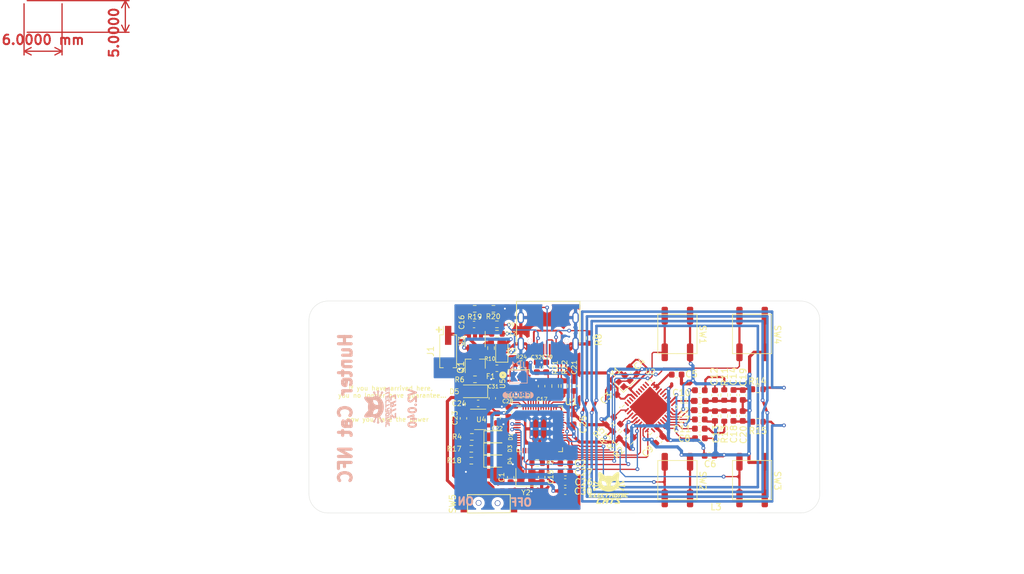
<source format=kicad_pcb>
(kicad_pcb (version 20221018) (generator pcbnew)
  (title_block (title "Hunter Cat NFC") (date "2022-06-29") (rev "v2,0") (company "Electronic Cats") (comment 1 "Eduardo Contreras"))
  (layers (0 "F.Cu" signal) (31 "B.Cu" signal) (34 "B.Paste" user) (35 "F.Paste" user) (36 "B.SilkS" user "B.Silkscreen") (37 "F.SilkS" user "F.Silkscreen") (38 "B.Mask" user) (39 "F.Mask" user) (44 "Edge.Cuts" user))
  (net 0 "")
  (net 1 "GND")
  (net 2 "+3V3")
  (net 3 "Net-(C3-Pad1)")
  (net 4 "Net-(C5-Pad1)")
  (net 5 "Net-(C7-Pad1)")
  (net 6 "Net-(C8-Pad1)")
  (net 7 "+BATT")
  (net 8 "/RXP")
  (net 9 "Net-(C10-Pad1)")
  (net 10 "/RXN")
  (net 11 "Net-(C11-Pad1)")
  (net 12 "Net-(C12-Pad1)")
  (net 13 "Net-(C13-Pad2)")
  (net 14 "Net-(C14-Pad1)")
  (net 15 "VBUS")
  (net 16 "/LED1")
  (net 17 "Net-(D1-Pad1)")
  (net 18 "Net-(D2-Pad1)")
  (net 19 "/LED2")
  (net 20 "Net-(D3-Pad1)")
  (net 21 "/LED3")
  (net 22 "Net-(D4-Pad1)")
  (net 23 "/ADR1")
  (net 24 "/ADR0")
  (net 25 "/TX1")
  (net 26 "/TX2")
  (net 27 "Net-(L3-Pad1)")
  (net 28 "Net-(L3-Pad2)")
  (net 29 "/SDA")
  (net 30 "/SCL")
  (net 31 "Net-(P1-PadA5)")
  (net 32 "Net-(P1-PadB5)")
  (net 33 "Net-(R10-Pad1)")
  (net 34 "Net-(R12-Pad1)")
  (net 35 "/B_ADC")
  (net 36 "/SWDIO")
  (net 37 "/SWCLK")
  (net 38 "/D+")
  (net 39 "/D-")
  (net 40 "/IRQ")
  (net 42 "/VEN")
  (net 43 "Net-(C4-Pad1)")
  (net 44 "Net-(F1-Pad1)")
  (net 45 "/GPIO")
  (net 46 "Net-(C23-Pad1)")
  (net 47 "/RST")
  (net 49 "Net-(C18-Pad1)")
  (net 50 "/GPIO1")
  (net 51 "/GPIO2")
  (net 53 "Net-(D5-Pad1)")
  (net 54 "Net-(C1-Pad1)")
  (net 55 "+1V2")
  (net 56 "Net-(C15-Pad1)")
  (net 57 "Net-(R7-Pad2)")
  (net 58 "/RD+")
  (net 59 "/RD-")
  (net 60 "/QSPI_CS")
  (net 73 "/QSPI_DATA3")
  (net 74 "/QSPI_SCK")
  (net 75 "/QSPI_DATA0")
  (net 76 "/QSPI_DATA2")
  (net 77 "/QSPI_DATA1")
  (footprint "Connectors:C393939" (layer "F.Cu") (at 117.79 82.27 180)
    (fp_text reference "P1")
    (fp_text value "USB_C_Plug_USB2.0")
  )
  (footprint "Resistor_SMD:R_0603_1608Metric" (layer "F.Cu") (at 150.92 94.58 180)
    (fp_text reference "R15")
    (fp_text value "3.24R")
  )
  (footprint "Package_TO_SOT_SMD:SOT-23-5" (layer "F.Cu") (at 107.05 94.2)
    (fp_text reference "U4")
    (fp_text value "AP2112K-3.3")
  )
  (footprint "Resistor_SMD:R_0603_1608Metric" (layer "F.Cu") (at 106.185 76.72)
    (fp_text reference "R19")
    (fp_text value "100K")
  )
  (footprint "Resistor_SMD:R_0603_1608Metric" (layer "F.Cu") (at 105.645 98.85 180)
    (fp_text reference "R17")
    (fp_text value "330")
  )
  (footprint "Resistor_SMD:R_0603_1608Metric" (layer "F.Cu") (at 150.91 89.44 180)
    (fp_text reference "R14")
    (fp_text value "3.24R")
  )
  (footprint "Resistor_SMD:R_0603_1608Metric" (layer "F.Cu") (at 109.695 79.17)
    (fp_text reference "R9")
    (fp_text value "5k1")
  )
  (footprint "Resistor_SMD:R_0603_1608Metric" (layer "F.Cu") (at 109.7 80.66)
    (fp_text reference "R12")
    (fp_text value "1K")
  )
  (footprint "Resistor_SMD:R_0603_1608Metric" (layer "F.Cu") (at 145.6 90.35 -90)
    (fp_text reference "R11")
    (fp_text value "2k2")
  )
  (footprint "Resistor_SMD:R_0603_1608Metric" (layer "F.Cu") (at 124.35 81.35 90)
    (fp_text reference "R8")
    (fp_text value "5k1")
  )
  (footprint "Resistor_SMD:R_0603_1608Metric" (layer "F.Cu") (at 105.73 96.97 180)
    (fp_text reference "R4")
    (fp_text value "330")
  )
  (footprint "LED_SMD:LED_0805_2012Metric_Pad1.15x1.40mm_HandSolder" (layer "F.Cu") (at 109.5 96.97)
    (fp_text reference "D1")
    (fp_text value "LED")
  )
  (footprint "Fuse:Fuse_0603_1608Metric_Pad1.05x0.95mm_HandSolder" (layer "F.Cu") (at 109.69 86.12 180)
    (fp_text reference "F1")
    (fp_text value "0.5A")
  )
  (footprint "Capacitor_SMD:C_0603_1608Metric" (layer "F.Cu") (at 106.08 79.2)
    (fp_text reference "C16")
    (fp_text value "10uF")
  )
  (footprint "Capacitor_SMD:C_0603_1608Metric" (layer "F.Cu") (at 135.34 97.43 -135)
    (fp_text reference "C9")
    (fp_text value "100nF")
  )
  (footprint "Capacitor_SMD:C_0603_1608Metric" (layer "F.Cu") (at 148.53 90.35 -90)
    (fp_text reference "C19")
    (fp_text value "120pF")
  )
  (footprint "Capacitor_SMD:C_0603_1608Metric" (layer "F.Cu") (at 141.74 95.67 180)
    (fp_text reference "C11")
    (fp_text value "1nF/16V")
  )
  (footprint "Diode_SMD:D_SOD-123F" (layer "F.Cu") (at 106.0325 89.76 180)
    (fp_text reference "D5")
    (fp_text value "MBR120")
  )
  (footprint "LED_SMD:LED_0805_2012Metric_Pad1.15x1.40mm_HandSolder" (layer "F.Cu") (at 110.46 83.3 90)
    (fp_text reference "D2")
    (fp_text value "LED")
  )
  (footprint "Inductor_SMD:L_0603_1608Metric_Pad1.05x0.95mm_HandSolder" (layer "F.Cu") (at 141.745 91.28)
    (fp_text reference "L1")
    (fp_text value "160nH")
  )
  (footprint "Capacitor_SMD:C_0603_1608Metric" (layer "F.Cu") (at 106.725 91.67 180)
    (fp_text reference "C24")
    (fp_text value "10uF")
  )
  (footprint "Capacitor_SMD:C_0603_1608Metric" (layer "F.Cu") (at 144.13 93.67 90)
    (fp_text reference "C13")
    (fp_text value "680pF")
  )
  (footprint "Capacitor_SMD:C_0603_1608Metric" (layer "F.Cu") (at 141.74 94.21)
    (fp_text reference "C7")
    (fp_text value "100nF")
  )
  (footprint "Resistor_SMD:R_0603_1608Metric" (layer "F.Cu") (at 145.6 93.665 -90)
    (fp_text reference "R13")
    (fp_text value "2k2")
  )
  (footprint "Inductor_SMD:L_0603_1608Metric_Pad1.05x0.95mm_HandSolder" (layer "F.Cu") (at 141.75 92.75 180)
    (fp_text reference "L2")
    (fp_text value "160nH")
  )
  (footprint "Capacitor_SMD:C_0603_1608Metric" (layer "F.Cu") (at 144.13 90.365 90)
    (fp_text reference "C12")
    (fp_text value "680pF")
  )
  (footprint "Capacitor_SMD:C_0603_1608Metric" (layer "F.Cu") (at 141.75 89.6 180)
    (fp_text reference "C10")
    (fp_text value "1nF/16V")
  )
  (footprint "Capacitor_SMD:C_0603_1608Metric" (layer "F.Cu") (at 141.76 97.19)
    (fp_text reference "C8")
    (fp_text value "1uF")
  )
  (footprint "Package_DFN_QFN:QFN-40-1EP_6x6mm_P0.5mm_EP4.6x4.6mm" (layer "F.Cu") (at 133.87 92.25 45)
    (fp_text reference "U2")
    (fp_text value "PN7150B0HN_C11002E-PN7150B0HN_C11002E")
  )
  (footprint "Capacitor_SMD:C_0603_1608Metric" (layer "F.Cu") (at 138.08 87.12)
    (fp_text reference "C5")
    (fp_text value "1uF")
  )
  (footprint "Capacitor_SMD:C_0603_1608Metric" (layer "F.Cu") (at 131.21 86.48 -45)
    (fp_text reference "C4")
    (fp_text value "10pF")
  )
  (footprint "Capacitor_SMD:C_0603_1608Metric" (layer "F.Cu") (at 128.08 89.73 135)
    (fp_text reference "C3")
    (fp_text value "10pF")
  )
  (footprint "Resistor_SMD:R_0603_1608Metric" (layer "F.Cu") (at 127.561282 94.458718 -135)
    (fp_text reference "R5")
    (fp_text value "100K")
  )
  (footprint "Resistor_SMD:R_0603_1608Metric" (layer "F.Cu") (at 129.641282 96.568718 45)
    (fp_text reference "R1")
    (fp_text value "10K")
  )
  (footprint "Resistor_SMD:R_0603_1608Metric" (layer "F.Cu") (at 130.67 97.61 45)
    (fp_text reference "R2")
    (fp_text value "10K")
  )
  (footprint "Resistor_SMD:R_0603_1608Metric" (layer "F.Cu") (at 128.6 95.52 -135)
    (fp_text reference "R3")
    (fp_text value "100K")
  )
  (footprint "Capacitor_SMD:C_0603_1608Metric" (layer "F.Cu") (at 143.28 99.95)
    (fp_text reference "C6")
    (fp_text value "1uF")
  )
  (footprint "Capacitor_SMD:C_0603_1608Metric" (layer "F.Cu") (at 148.52 93.665 -90)
    (fp_text reference "C20")
    (fp_text value "120pF")
  )
  (footprint "Capacitor_SMD:C_0603_1608Metric" (layer "F.Cu") (at 147.06 93.665 90)
    (fp_text reference "C18")
    (fp_text value "100pF/50V")
  )
  (footprint "Capacitor_SMD:C_0603_1608Metric" (layer "F.Cu") (at 104.41 94.04 -90)
    (fp_text reference "C23")
    (fp_text value "10uF")
  )
  (footprint "LED_SMD:LED_0805_2012Metric_Pad1.15x1.40mm_HandSolder" (layer "F.Cu") (at 109.475 98.85)
    (fp_text reference "D3")
    (fp_text value "LED")
  )
  (footprint "Capacitor_SMD:C_0603_1608Metric" (layer "F.Cu") (at 147.07 90.33 -90)
    (fp_text reference "C14")
    (fp_text value "100pF/50V")
  )
  (footprint "Package_TO_SOT_SMD:SOT-23" (layer "F.Cu") (at 106.27 85.43 90)
    (fp_text reference "Q1")
    (fp_text value "DMG3415U-7")
  )
  (footprint "Resistor_SMD:R_0603_1608Metric" (layer "F.Cu") (at 106.225 87.86)
    (fp_text reference "R6")
    (fp_text value "100K")
  )
  (footprint "MountingHole:MountingHole_2.2mm_M2" (layer "F.Cu") (at 83 78.5)
    (fp_text reference "H1")
    (fp_text value "MountingHole")
  )
  (footprint "MountingHole:MountingHole_2.2mm_M2" (layer "F.Cu") (at 83 106)
    (fp_text reference "H2")
    (fp_text value "MountingHole")
  )
  (footprint "MountingHole:MountingHole_2.2mm_M2" (layer "F.Cu") (at 157.69 78.5)
    (fp_text reference "H3")
    (fp_text value "MountingHole")
  )
  (footprint "MountingHole:MountingHole_2.2mm_M2" (layer "F.Cu") (at 157.69 105.99)
    (fp_text reference "H4")
    (fp_text value "MountingHole")
  )
  (footprint "Aesthetics:electronic_cats_logo_4x3" (layer "F.Cu") (at 127.35 105.05)
    (fp_text reference "G***" hide)
    (fp_text value "LOGO" hide)
  )
  (footprint "hunter-cat-nfc:Micro_interruptor_SPDT" (layer "F.Cu") (at 104.55 108.8 90)
    (fp_text reference "SW5")
    (fp_text value "ON")
  )
  (footprint "Resistor_SMD:R_0603_1608Metric" (layer "F.Cu") (at 105.645 100.73 180)
    (fp_text reference "R18")
    (fp_text value "330")
  )
  (footprint "LED_SMD:LED_0805_2012Metric_Pad1.15x1.40mm_HandSolder" (layer "F.Cu") (at 109.475 100.8)
    (fp_text reference "D4")
    (fp_text value "LED")
  )
  (footprint "Resistor_SMD:R_0603_1608Metric" (layer "F.Cu") (at 108.76 82.93 -90)
    (fp_text reference "R10")
    (fp_text value "4.7K")
  )
  (footprint "Package_TO_SOT_SMD:SOT-23-5" (layer "F.Cu") (at 106.23 81.83 -90)
    (fp_text reference "U3")
    (fp_text value "MCP73831-3-OT")
  )
  (footprint "Connector_PinSocket_2.54mm:PinSocket_2x01_P2.54mm_Vertical_SMD" (layer "F.Cu") (at 101.99 83.44 90)
    (fp_text reference "J1")
    (fp_text value "Battery")
  )
  (footprint "Crystal:Crystal_SMD_2016-4Pin_2.0x1.6mm" (layer "F.Cu") (at 129.82 88.16 45)
    (fp_text reference "Y1")
    (fp_text value "27.12Mhz")
  )
  (footprint "hunter-cat-nfc:KSC941JLFS" (layer "F.Cu") (at 138.2 103.8 -90)
    (fp_text reference "SW2")
    (fp_text value "GPIO")
  )
  (footprint "Resistor_SMD:R_0603_1608Metric" (layer "F.Cu") (at 120.36 88.93 -90)
    (fp_text reference "R22")
    (fp_text value "27")
  )
  (footprint "Capacitor_SMD:C_0603_1608Metric" (layer "F.Cu") (at 116.76 103.315 -90)
    (fp_text reference "C15")
    (fp_text value "27pF")
  )
  (footprint "Resistor_SMD:R_0603_1608Metric" (layer "F.Cu") (at 113.44 85.45 180)
    (fp_text reference "R24")
    (fp_text value "10K")
  )
  (footprint "Capacitor_SMD:C_0603_1608Metric" (layer "F.Cu") (at 108.97 90.87 90)
    (fp_text reference "C31")
    (fp_text value "0.1uF")
  )
  (footprint "Capacitor_SMD:C_0603_1608Metric" (layer "F.Cu") (at 120.48 104.11)
    (fp_text reference "C26")
    (fp_text value "0.1uF")
  )
  (footprint "Capacitor_SMD:C_0603_1608Metric" (layer "F.Cu") (at 120.505 102.61)
    (fp_text reference "C27")
    (fp_text value "0.1uF")
  )
  (footprint "Capacitor_SMD:C_0603_1608Metric" (layer "F.Cu") (at 111.86 103.345 90)
    (fp_text reference "C1")
    (fp_text value "27pF")
  )
  (footprint "Capacitor_SMD:C_0603_1608Metric" (layer "F.Cu") (at 109.72 94.005 -90)
    (fp_text reference "C22")
    (fp_text value "1uF")
  )
  (footprint "Capacitor_SMD:C_0603_1608Metric" (layer "F.Cu") (at 121.84 88.93 90)
    (fp_text reference "C21")
    (fp_text value "0.1uF")
  )
  (footprint "Capacitor_SMD:C_0603_1608Metric" (layer "F.Cu") (at 116 85.965 90)
    (fp_text reference "C32")
    (fp_text value "0.1uF")
  )
  (footprint "RP2040:RP2040-QFN-56" (layer "F.Cu") (at 116.45 95.7)
    (fp_text reference "U1")
    (fp_text value "RP2040")
  )
  (footprint "Capacitor_SMD:C_0603_1608Metric" (layer "F.Cu") (at 120.485 105.57)
    (fp_text reference "C30")
    (fp_text value "0.1uF")
  )
  (footprint "hunter-cat-nfc:KSC941JLFS" (layer "F.Cu") (at 150 103.8 -90)
    (fp_text reference "SW3")
    (fp_text value "GPIO1")
  )
  (footprint "hunter-cat-nfc:KSC941JLFS" (layer "F.Cu") (at 150 80.7 -90)
    (fp_text reference "SW4")
    (fp_text value "GPIO2")
  )
  (footprint "Capacitor_SMD:C_0603_1608Metric" (layer "F.Cu") (at 116.75 88.95 90)
    (fp_text reference "C17")
    (fp_text value "0.1uF")
  )
  (footprint "Resistor_SMD:R_0603_1608Metric" (layer "F.Cu") (at 109.145 76.72)
    (fp_text reference "R20")
    (fp_text value "100K")
  )
  (footprint "Resistor_SMD:R_0603_1608Metric" (layer "F.Cu") (at 118.89 88.93 -90)
    (fp_text reference "R21")
    (fp_text value "27")
  )
  (footprint "Capacitor_SMD:C_0603_1608Metric" (layer "F.Cu") (at 121.78 94.2 90)
    (fp_text reference "C25")
    (fp_text value "0.1uF")
  )
  (footprint "Capacitor_SMD:C_0603_1608Metric" (layer "F.Cu") (at 117.46 85.965 90)
    (fp_text reference "C29")
    (fp_text value "0.1uF")
  )
  (footprint "hunter-cat-nfc:KSC941JLFS" (layer "F.Cu") (at 138.2 80.7 -90)
    (fp_text reference "SW1")
    (fp_text value "RESET")
  )
  (footprint "Resistor_SMD:R_0603_1608Metric" (layer "F.Cu") (at 116.055 101.09)
    (fp_text reference "R7")
    (fp_text value "1K")
  )
  (footprint "Crystal:Crystal_SMD_2520-4Pin_2.5x2.0mm" (layer "F.Cu") (at 114.335 103.36)
    (fp_text reference "Y2")
    (fp_text value "12Mhz")
  )
  (footprint "Capacitor_SMD:C_0603_1608Metric" (layer "F.Cu") (at 111.53 93.02 90)
    (fp_text reference "C28")
    (fp_text value "0.1uF")
  )
  (footprint "Capacitor_SMD:C_0603_1608Metric" (layer "F.Cu") (at 120.485 101.16)
    (fp_text reference "C2")
    (fp_text value "1uF")
  )
  (footprint "hunter-cat-nfc:W25Q16JVUUIQ" (layer "F.Cu") (at 113.15 88.5)
    (fp_text reference "U5")
    (fp_text value "W25Q16JV")
  )
  (footprint "hunter-cat-nfc:NFC-antenna30.4x30.4mm" (layer "B.Cu") (at 138.16 92.17 180)
    (fp_text reference "L3")
    (fp_text value "L")
  )
  (footprint "Aesthetics:electronic_cats_logo_4x3" (layer "B.Cu") (at 91.25 92.25 -90)
    (fp_text reference "G***" hide)
    (fp_text value "LOGO" hide)
  )
  (footprint "kibuzzard-62BD092C" (layer "B.Cu") (at 113.04 90.37 180)
    (fp_text reference "kibuzzard-62BD092C" hide)
    (fp_text value "G***" hide)
  )
  (footprint "Jumper:SolderJumper-2_P1.3mm_Open_TrianglePad1.0x1.5mm" (layer "B.Cu") (at 113.08 87.46 180)
    (fp_text reference "JP1")
    (fp_text value "BOOT")
  )
  (gr_arc (start 160.69 105.99) (mid 159.81132 108.11132) (end 157.69 108.99) (stroke (width 0.05)) (layer "Edge.Cuts"))
  (gr_line (start 80 106) (end 80 78.5) (stroke (width 0.05)) (layer "Edge.Cuts"))
  (gr_line (start 157.69 108.99) (end 83 109) (stroke (width 0.05)) (layer "Edge.Cuts"))
  (gr_arc (start 157.69 75.5) (mid 159.81132 76.37868) (end 160.69 78.5) (stroke (width 0.05)) (layer "Edge.Cuts"))
  (gr_line (start 160.69 78.5) (end 160.69 105.99) (stroke (width 0.05)) (layer "Edge.Cuts"))
  (gr_arc (start 83 109) (mid 80.87868 108.12132) (end 80 106) (stroke (width 0.05)) (layer "Edge.Cuts"))
  (gr_line (start 83 75.5) (end 157.69 75.5) (stroke (width 0.05)) (layer "Edge.Cuts"))
  (gr_arc (start 80 78.5) (mid 80.87868 76.37868) (end 83 75.5) (stroke (width 0.05)) (layer "Edge.Cuts"))
  (gr_text "OFF" (at 113.52 107.32) (layer "B.SilkS") (effects (font (size 1.2 1.2) (thickness 0.3)) (justify mirror)))
  (gr_text "ON" (at 104.75 107.16) (layer "B.SilkS") (effects (font (size 1.2 1.2) (thickness 0.3)) (justify mirror)))
  (gr_text "V2.040" (at 96.37 92.52 90) (layer "B.SilkS") (effects (font (size 1.2 1.2) (thickness 0.3)) (justify mirror)))
  (gr_text "Hunter Cat NFC" (at 85.76 92.44 90) (layer "B.SilkS") (effects (font (size 2 2) (thickness 0.5)) (justify mirror)))
  (gr_text "." (at 129.1 92.03) (layer "F.SilkS") (effects (font (size 0.7 0.7) (thickness 0.12))))
  (gr_text "If you have arrived here, \nyou no longer have guarantee…" (at 93.18 89.85) (layer "F.SilkS") (effects (font (size 0.7 0.7) (thickness 0.12))))
  (gr_text "now you have the power" (at 92.41 94.2) (layer "F.SilkS") (effects (font (size 0.7 0.7) (thickness 0.12))))
  (gr_text "+" (at 100.53 79.94) (layer "F.SilkS") (effects (font (size 1 1) (thickness 0.25)) (justify mirror)))
  (dimension (type aligned) (layer "F.Cu") (pts (xy 35 28) (xy 35 33)) (height -16) (gr_text "5.0000 mm" (at 49.2 30.5 90) (layer "F.Cu") (effects (font (size 1.5 1.5) (thickness 0.3)))) (format (prefix "") (suffix "") (units 3) (units_format 1) (precision 4)) (style (thickness 0.2) (arrow_length 1.27) (text_position_mode 0) (extension_height 0.58642) (extension_offset 0.5) keep_text_aligned))
  (dimension (type aligned) (layer "F.Cu") (pts (xy 35 28) (xy 41 28)) (height 8) (gr_text "6.0000 mm" (at 38 34.2) (layer "F.Cu") (effects (font (size 1.5 1.5) (thickness 0.3)))) (format (prefix "") (suffix "") (units 3) (units_format 1) (precision 4)) (style (thickness 0.2) (arrow_length 1.27) (text_position_mode 0) (extension_height 0.58642) (extension_offset 0.5) keep_text_aligned))
  (segment (start 133.030311 95.564563) (end 132.779672 95.815202) (width 0.2) (layer "F.Cu") (net 1))
  (segment (start 121.84 88.155) (end 121.84 87.6) (width 0.5) (layer "F.Cu") (net 1))
  (segment (start 112.22015 89.70015) (end 112.73 90.21) (width 0.2) (layer "F.Cu") (net 1))
  (segment (start 106.885 79.17) (end 106.855 79.2) (width 0.5) (layer "F.Cu") (net 1))
  (segment (start 152 77.8) (end 152 83.6) (width 0.35) (layer "F.Cu") (net 1))
  (segment (start 132.779672 96.775398) (end 132.979652 96.975378) (width 0.2) (layer "F.Cu") (net 1))
  (segment (start 133.030311 95.564563) (end 133.030311 95.549689) (width 0.2) (layer "F.Cu") (net 1))
  (segment (start 134.541282 97.801282) (end 134.14 97.4) (width 0.25) (layer "F.Cu") (net 1))
  (segment (start 149.605 91.225) (end 149.61 91.23) (width 0.35) (layer "F.Cu") (net 1))
  (segment (start 131.48 92.25) (end 131.08 92.65) (width 0.2) (layer "F.Cu") (net 1))
  (segment (start 137.524874 93.43) (end 138.272358 93.43) (width 0.25) (layer "F.Cu") (net 1))
  (segment (start 106.23 79.925) (end 106.955 79.2) (width 0.5) (layer "F.Cu") (net 1))
  (segment (start 151.9 101) (end 152 100.9) (width 0.5) (layer "F.Cu") (net 1))
  (segment (start 115.45 97.25) (end 115.175 96.975) (width 0.2) (layer "F.Cu") (net 1))
  (segment (start 105.95 91.67) (end 105.41 91.67) (width 0.5) (layer "F.Cu") (net 1))
  (segment (start 145.71 99.95) (end 145.72 99.96) (width 0.25) (layer "F.Cu") (net 1))
  (segment (start 122.11 82.27) (end 124.305 82.27) (width 0.5) (layer "F.Cu") (net 1))
  (segment (start 135.416796 89.642544) (end 135.416796 89.643204) (width 0.2) (layer "F.Cu") (net 1))
  (segment (start 109.72 94.78) (end 110.53 94.78) (width 0.2) (layer "F.Cu") (net 1))
  (segment (start 126.942564 95.077436) (end 126.942564 95.1) (width 0.5) (layer "F.Cu") (net 1))
  (segment (start 129.257282 88.150256) (end 129.267026 88.16) (width 0.2) (layer "F.Cu") (net 1))
  (segment (start 135.416796 89.643204) (end 135.08 89.98) (width 0.2) (layer "F.Cu") (net 1))
  (segment (start 144.13 94.545) (end 142.95 94.545) (width 0.35) (layer "F.Cu") (net 1))
  (segment (start 148.52 92.79) (end 148.52 91.225) (width 0.35) (layer "F.Cu") (net 1))
  (segment (start 121.285 83.095) (end 122.11 82.27) (width 0.5) (layer "F.Cu") (net 1))
  (segment (start 114.59 83.095) (end 114.295 83.095) (width 0.2) (layer "F.Cu") (net 1))
  (segment (start 116.73 85.19) (end 116.74 85.2) (width 0.2) (layer "F.Cu") (net 1))
  (segment (start 109.511621 83.178379) (end 111.533689 83.178379) (width 0.25) (layer "F.Cu") (net 1))
  (segment (start 129.267026 88.16) (end 130.732462 88.16) (width 0.2) (layer "F.Cu") (net 1))
  (segment (start 140.2 83.6) (end 140.2 77.8) (width 0.35) (layer "F.Cu") (net 1))
  (segment (start 132.979652 96.975378) (end 132.979652 97.331581) (width 0.2) (layer "F.Cu") (net 1))
  (segment (start 140.2 83.6) (end 140.2 85.3) (width 0.35) (layer "F.Cu") (net 1))
  (segment (start 112.21 101.3) (end 113.46 101.8395) (width 0.5) (layer "F.Cu") (net 1))
  (segment (start 149.62 92.79) (end 149.63 92.78) (width 0.35) (layer "F.Cu") (net 1))
  (segment (start 103.44 85.96) (end 103.82 86.34) (width 0.5) (layer "F.Cu") (net 1))
  (segment (start 131.262544 93.796796) (end 131.262544 93.777456) (width 0.2) (layer "F.Cu") (net 1))
  (segment (start 149.51 99.61) (end 149.5 99.62) (width 0.5) (layer "F.Cu") (net 1))
  (segment (start 131.793744 87.098718) (end 130.748528 88.143934) (width 0.25) (layer "F.Cu") (net 1))
  (segment (start 140.2 100.9) (end 140.2 106.7) (width 0.35) (layer "F.Cu") (net 1))
  (segment (start 135.08 89.98) (end 135.08 91.04) (width 0.2) (layer "F.Cu") (net 1))
  (segment (start 127.981282 96.138718) (end 127.692566 96.138718) (width 0.25) (layer "F.Cu") (net 1))
  (segment (start 126.88 91.3) (end 127.01 91.43) (width 0.25) (layer "F.Cu") (net 1))
  (segment (start 145.43 99.95) (end 145.57 99.81) (width 0.5) (layer "F.Cu") (net 1))
  (segment (start 111.53 92.245) (end 110.545 92.245) (width 0.2) (layer "F.Cu") (net 1))
  (segment (start 131.262544 93.777456) (end 131.59 93.45) (width 0.2) (layer "F.Cu") (net 1))
  (segment (start 108.77 87.86) (end 108.78 87.85) (width 0.35) (layer "F.Cu") (net 1))
  (segment (start 131.828718 87.098718) (end 131.828718 87.041282) (width 0.25) (layer "F.Cu") (net 1))
  (segment (start 140.16 88.58) (end 140.66 88.08) (width 0.5) (layer "F.Cu") (net 1))
  (segment (start 110.53 94.78) (end 110.72 94.97) (width 0.2) (layer "F.Cu") (net 1))
  (segment (start 130.560311 93.089689) (end 131 92.65) (width 0.2) (layer "F.Cu") (net 1))
  (segment (start 142.95 94.545) (end 142.615 94.21) (width 0.35) (layer "F.Cu") (net 1))
  (segment (start 140.2 85.3) (end 140.3 85.4) (width 0.35) (layer "F.Cu") (net 1))
  (segment (start 121.84 87.6) (end 122.58 86.86) (width 0.5) (layer "F.Cu") (net 1))
  (segment (start 142.635 97.19) (end 143.8 97.19) (width 0.25) (layer "F.Cu") (net 1))
  (segment (start 127.692566 96.138718) (end 126.780285 97.050999) (width 0.25) (layer "F.Cu") (net 1))
  (segment (start 121.78 92.73) (end 122.15 92.36) (width 0.2) (layer "F.Cu") (net 1))
  (segment (start 126.977919 95.042081) (end 123.602081 95.042081) (width 0.5) (layer "F.Cu") (net 1))
  (segment (start 144.13 89.49) (end 144.13 88.605) (width 0.25) (layer "F.Cu") (net 1))
  (segment (start 106.23 80.73) (end 106.23 79.925) (width 0.5) (layer "F.Cu") (net 1))
  (segment (start 152 100.9) (end 152 106.7) (width 0.35) (layer "F.Cu") (net 1))
  (segment (start 115.45 99.1375) (end 115.45 97.25) (width 0.2) (layer "F.Cu") (net 1))
  (segment (start 133.87 92.25) (end 131.48 92.25) (width 0.2) (layer "F.Cu") (net 1))
  (segment (start 122.58 86.86) (end 127.31 86.86) (width 0.5) (layer "F.Cu") (net 1))
  (segment (start 144.13 88.605) (end 144.1 88.575) (width 0.25) (layer "F.Cu") (net 1))
  (segment (start 130.742206 88.150256) (end 130.748528 88.143934) (width 0.35) (layer "F.Cu") (net 1))
  (segment (start 121.985 93.425) (end 121.78 93.425) (width 0.5) (layer "F.Cu") (net 1))
  (segment (start 115.45 99.1375) (end 115.45 97.57) (width 0.2) (layer "F.Cu") (net 1))
  (segment (start 115.45 97.57) (end 115.36 97.48) (width 0.2) (layer "F.Cu") (net 1))
  (segment (start 120.99 83.095) (end 121.285 83.095) (width 0.5) (layer "F.Cu") (net 1))
  (segment (start 133.87 92.25) (end 133.87 91.12) (width 0.2) (layer "F.Cu") (net 1))
  (segment (start 127.501282 88.941282) (end 126.88 89.562564) (width 0.25) (layer "F.Cu") (net 1))
  (segment (start 133.31 92.81) (end 133.87 92.25) (width 0.2) (layer "F.Cu") (net 1))
  (segment (start 126.19 94.324872) (end 126.942564 95.077436) (width 0.35) (layer "F.Cu") (net 1))
  (segment (start 108.76 83.93) (end 109.511621 83.178379) (width 0.25) (layer "F.Cu") (net 1))
  (segment (start 101.99 85.96) (end 103.44 85.96) (width 0.5) (layer "F.Cu") (net 1))
  (segment (start 112.442068 82.27) (end 113.47 82.27) (width 0.25) (layer "F.Cu") (net 1))
  (segment (start 149.5 99.62) (end 149.5 101) (width 0.5) (layer "F.Cu") (net 1))
  (segment (start 138.91 99.87) (end 138.85 99.81) (width 0.25) (layer "F.Cu") (net 1))
  (segment (start 106.855 78.245) (end 107.02 78.08) (width 0.5) (layer "F.Cu") (net 1))
  (segment (start 138.820011 92.882347) (end 139.12001 92.582348) (width 0.25) (layer "F.Cu") (net 1))
  (segment (start 149.6 87.1) (end 149.6 84.3) (width 0.5) (layer "F.Cu") (net 1))
  (segment (start 137.184563 93.089689) (end 137.524874 93.43) (width 0.25) (layer "F.Cu") (net 1))
  (segment (start 149.6 84.3) (end 150.3 83.6) (width 0.5) (layer "F.Cu") (net 1))
  (segment (start 140.2 100.9) (end 140.2 100.3) (width 0.5) (layer "F.Cu") (net 1))
  (segment (start 140.61 88.03) (end 140.66 88.08) (width 0.25) (layer "F.Cu") (net 1))
  (segment (start 150.3 83.6) (end 152 83.6) (width 0.5) (layer "F.Cu") (net 1))
  (segment (start 132.779672 95.815202) (end 132.779672 96.775398) (width 0.2) (layer "F.Cu") (net 1))
  (segment (start 138.86 99.8) (end 138.85 99.81) (width 0.5) (layer "F.Cu") (net 1))
  (segment (start 149.5 101) (end 151.9 101) (width 0.5) (layer "F.Cu") (net 1))
  (segment (start 131.59 93.45) (end 132.67 93.45) (width 0.2) (layer "F.Cu") (net 1))
  (segment (start 130.555437 93.089689) (end 130.560311 93.089689) (width 0.2) (layer "F.Cu") (net 1))
  (segment (start 110.92 76.72) (end 110.95 76.69) (width 0.5) (layer "F.Cu") (net 1))
  (segment (start 103.82 86.34) (end 103.82 86.32) (width 0.5) (layer "F.Cu") (net 1))
  (segment (start 131.828718 87.098718) (end 131.793744 87.098718) (width 0.25) (layer "F.Cu") (net 1))
  (segment (start 144.155 99.95) (end 145.43 99.95) (width 0.5) (layer "F.Cu") (net 1))
  (segment (start 105.15 91.93) (end 104.4 91.93) (width 0.5) (layer "F.Cu") (net 1))
  (segment (start 105.95 94.2) (end 105.025 94.2) (width 0.35) (layer "F.Cu") (net 1))
  (segment (start 138.845 88.58) (end 140.16 88.58) (width 0.5) (layer "F.Cu") (net 1))
  (segment (start 114.295 83.095) (end 113.47 82.27) (width 0.2) (layer "F.Cu") (net 1))
  (segment (start 138.845 88.58) (end 138.845 87.13) (width 0.5) (layer "F.Cu") (net 1))
  (segment (start 134.14 97.4) (end 134.14 97.467436) (width 0.5) (layer "F.Cu") (net 1))
  (segment (start 116 85.19) (end 116.73 85.19) (width 0.2) (layer "F.Cu") (net 1))
  (segment (start 104.82 100.73) (end 104.82 102.47) (width 0.5) (layer "F.Cu") (net 1))
  (segment (start 107.05 87.86) (end 108.77 87.86) (width 0.35) (layer "F.Cu") (net 1))
  (segment (start 134.14 97.467436) (end 134.721282 98.048718) (width 0.5) (layer "F.Cu") (net 1))
  (segment (start 148.52 92.79) (end 149.62 92.79) (width 0.35) (layer "F.Cu") (net 1))
  (segment (start 116.75 88.175) (end 116.025 88.175) (width 0.2) (layer "F.Cu") (net 1))
  (segment (start 111.7808 89.70015) (end 112.22015 89.70015) (width 0.2) (layer "F.Cu") (net 1))
  (segment (start 116.025 88.175) (end 115.87 88.02) (width 0.2) (layer "F.Cu") (net 1))
  (segment (start 126.942564 95.1) (end 127.981282 96.138718) (width 0.5) (layer "F.Cu") (net 1))
  (segment (start 105.025 94.2) (end 104.41 94.815) (width 0.35) (layer "F.Cu") (net 1))
  (segment (start 123.602081 95.042081) (end 121.985 93.425) (width 0.5) (layer "F.Cu") (net 1))
  (segment (start 132.67 93.45) (end 133.87 92.25) (width 0.2) (layer "F.Cu") (net 1))
  (segment (start 130.732462 88.16) (end 130.742206 88.150256) (width 0.2) (layer "F.Cu") (net 1))
  (segment (start 104.82 102.47) (end 104.79 102.5) (width 0.5) (layer "F.Cu") (net 1))
  (segment (start 111.533689 83.178379) (end 112.442068 82.27) (width 0.25) (layer "F.Cu") (net 1))
  (segment (start 126.19 94.16) (end 126.19 94.324872) (width 0.35) (layer "F.Cu") (net 1))
  (segment (start 126.88 89.562564) (end 126.88 91.3) (width 0.25) (layer "F.Cu") (net 1))
  (segment (start 104.4 91.93) (end 104.39 91.92) (width 0.5) (layer "F.Cu") (net 1))
  (segment (start 131.828718 87.041282) (end 132.61 86.26) (width 0.25) (layer "F.Cu") (net 1))
  (segment (start 148.52 91.225) (end 149.605 91.225) (width 0.35) (layer "F.Cu") (net 1))
  (segment (start 121.78 93.425) (end 121.78 92.73) (width 0.2) (layer "F.Cu") (net 1))
  (segment (start 110.545 92.245) (end 110.47 92.17) (width 0.2) (layer "F.Cu") (net 1))
  (segment (start 144.155 99.95) (end 145.71 99.95) (width 0.25) (layer "F.Cu") (net 1))
  (segment (start 113.46 101.8395) (end 113.46 102.66) (width 0.5) (layer "F.Cu") (net 1))
  (segment (start 115.21 105.52) (end 115.16 105.57) (width 0.5) (layer "F.Cu") (net 1))
  (segment (start 144.13 95.28) (end 144.35 95.5) (width 0.25) (layer "F.Cu") (net 1))
  (segment (start 106.855 79.2) (end 106.855 78.245) (width 0.5) (layer "F.Cu") (net 1))
  (segment (start 139.7 99.8) (end 138.86 99.8) (width 0.5) (layer "F.Cu") (net 1))
  (segment (start 105.41 91.67) (end 105.15 91.93) (width 0.5) (layer "F.Cu") (net 1))
  (segment (start 108.87 79.17) (end 106.885 79.17) (width 0.5) (layer "F.Cu") (net 1))
  (segment (start 135.08 91.04) (end 133.87 92.25) (width 0.2) (layer "F.Cu") (net 1))
  (segment (start 124.305 82.27) (end 124.35 82.225) (width 0.5) (layer "F.Cu") (net 1))
  (segment (start 109.97 76.72) (end 110.92 76.72) (width 0.5) (layer "F.Cu") (net 1))
  (segment (start 140.2 100.3) (end 139.7 99.8) (width 0.5) (layer "F.Cu") (net 1))
  (segment (start 138.845 87.13) (end 138.855 87.12) (width 0.5) (layer "F.Cu") (net 1))
  (segment (start 133.030311 95.549689) (end 133.31 95.27) (width 0.2) (layer "F.Cu") (net 1))
  (segment (start 138.272358 93.43) (end 138.820011 92.882347) (width 0.25) (layer "F.Cu") (net 1))
  (segment (start 115.21 104.06) (end 115.21 105.52) (width 0.5) (layer "F.Cu") (net 1))
  (segment (start 131.08 92.65) (end 131 92.65) (width 0.2) (layer "F.Cu") (net 1))
  (segment (start 143.8 97.19) (end 144.23 97.62) (width 0.25) (layer "F.Cu") (net 1))
  (segment (start 133.31 95.27) (end 133.31 92.81) (width 0.2) (layer "F.Cu") (net 1))
  (segment (start 103.82 86.32) (end 103.8 86.3) (width 0.5) (layer "F.Cu") (net 1))
  (segment (start 144.13 94.545) (end 144.13 95.28) (width 0.25) (layer "F.Cu") (net 1))
  (via (at 149.61 91.23) (size 0.6) (drill 0.3) (layers "F.Cu" "B.Cu") (net 1))
  (via (at 134.14 97.4) (size 0.6) (drill 0.3) (layers "F.Cu" "B.Cu") (net 1))
  (via (at 139.12001 92.582348) (size 0.6) (drill 0.3) (layers "F.Cu" "B.Cu") (net 1))
  (via (at 115.87 88.02) (size 0.6) (drill 0.3) (layers "F.Cu" "B.Cu") (net 1))
  (via (at 116.74 85.2) (size 0.6) (drill 0.3) (layers "F.Cu" "B.Cu") (net 1))
  (via (at 110.47 92.17) (size 0.6) (drill 0.3) (layers "F.Cu" "B.Cu") (net 1))
  (via (at 110.95 76.69) (size 0.6) (drill 0.3) (layers "F.Cu" "B.Cu") (net 1))
  (via (at 140.3 85.4) (size 0.6) (drill 0.3) (layers "F.Cu" "B.Cu") (net 1))
  (via (at 112.73 90.21) (size 0.6) (drill 0.3) (layers "F.Cu" "B.Cu") (net 1))
  (via (at 120.9 85.65) (size 0.6) (drill 0.3) (layers "F.Cu" "B.Cu") (net 1))
  (via (at 149.51 99.61) (size 0.6) (drill 0.3) (layers "F.Cu" "B.Cu") (net 1))
  (via (at 140.66 88.08) (size 0.6) (drill 0.3) (layers "F.Cu" "B.Cu") (net 1))
  (via (at 144.23 97.62) (size 0.6) (drill 0.3) (layers "F.Cu" "B.Cu") (net 1))
  (via (at 144.35 95.5) (size 0.6) (drill 0.3) (layers "F.Cu" "B.Cu") (net 1))
  (via (at 149.63 92.78) (size 0.6) (drill 0.3) (layers "F.Cu" "B.Cu") (net 1))
  (via (at 122.15 92.36) (size 0.6) (drill 0.3) (layers "F.Cu" "B.Cu") (net 1))
  (via (at 103.8 86.3) (size 0.6) (drill 0.3) (layers "F.Cu" "B.Cu") (net 1))
  (via (at 112.21 101.3) (size 0.6) (drill 0.3) (layers "F.Cu" "B.Cu") (net 1))
  (via (at 132.61 86.26) (size 0.6) (drill 0.3) (layers "F.Cu" "B.Cu") (net 1))
  (via (at 132.979652 97.331581) (size 0.6) (drill 0.3) (layers "F.Cu" "B.Cu") (net 1))
  (via (at 145.57 99.81) (size 0.6) (drill 0.3) (layers "F.Cu" "B.Cu") (net 1))
  (via (at 104.79 102.5) (size 0.6) (drill 0.3) (layers "F.Cu" "B.Cu") (net 1))
  (via (at 144.1 88.575) (size 0.6) (drill 0.3) (layers "F.Cu" "B.Cu") (net 1))
  (via (at 149.6 87.1) (size 0.6) (drill 0.3) (layers "F.Cu" "B.Cu") (net 1))
  (via (at 126.19 94.16) (size 0.6) (drill 0.3) (layers "F.Cu" "B.Cu") (net 1))
  (via (at 108.78 87.85) (size 0.6) (drill 0.3) (layers "F.Cu" "B.Cu") (net 1))
  (via (at 127.01 91.43) (size 0.6) (drill 0.3) (layers "F.Cu" "B.Cu") (net 1))
  (via (at 110.72 94.97) (size 0.6) (drill 0.3) (layers "F.Cu" "B.Cu") (net 1))
  (via (at 107.02 78.08) (size 0.6) (drill 0.3) (layers "F.Cu" "B.Cu") (net 1))
  (via (at 127.31 86.86) (size 0.6) (drill 0.3) (layers "F.Cu" "B.Cu") (net 1))
  (via (at 115.16 105.57) (size 0.6) (drill 0.3) (layers "F.Cu" "B.Cu") (net 1))
  (via (at 126.780285 97.050999) (size 0.6) (drill 0.3) (layers "F.Cu" "B.Cu") (net 1))
  (via (at 104.39 91.92) (size 0.6) (drill 0.3) (layers "F.Cu" "B.Cu") (net 1))
  (via (at 138.85 99.81) (size 0.6) (drill 0.3) (layers "F.Cu" "B.Cu") (net 1))
  (segment (start 149.51 92.9) (end 149.63 92.78) (width 0.5) (layer "B.Cu") (net 1))
  (segment (start 149.31 99.81) (end 149.51 99.61) (width 0.5) (layer "B.Cu") (net 1))
  (segment (start 139.12001 88.83999) (end 139.88 88.08) (width 0.3) (layer "B.Cu") (net 1))
  (segment (start 140.66 88.08) (end 140.66 87.065) (width 0.5) (layer "B.Cu") (net 1))
  (segment (start 116.45 95.7) (end 117.725 95.7) (width 0.5) (layer "B.Cu") (net 1))
  (segment (start 127.31 90) (end 127.31 91.13) (width 0.5) (layer "B.Cu") (net 1))
  (segment (start 148.955 88.575) (end 149.61 89.23) (width 0.5) (layer "B.Cu") (net 1))
  (segment (start 141.155 88.575) (end 140.66 88.08) (width 0.5) (layer "B.Cu") (net 1))
  (segment (start 140.635 86.26) (end 132.61 86.26) (width 0.5) (layer "B.Cu") (net 1))
  (segment (start 116.45 94.425) (end 116.45 96.975) (width 0.5) (layer "B.Cu") (net 1))
  (segment (start 134.14 97.4) (end 133.048071 97.4) (width 0.5) (layer "B.Cu") (net 1))
  (segment (start 127.31 91.13) (end 127.01 91.43) (width 0.5) (layer "B.Cu") (net 1))
  (segment (start 117.725 96.975) (end 117.725 94.365) (width 0.5) (layer "B.Cu") (net 1))
  (segment (start 138.85 99.81) (end 145.57 99.81) (width 0.5) (layer "B.Cu") (net 1))
  (segment (start 144.1 88.575) (end 141.155 88.575) (width 0.5) (layer "B.Cu") (net 1))
  (segment (start 144.73 99.81) (end 144.23 99.31) (width 0.5) (layer "B.Cu") (net 1))
  (segment (start 143.73 99.81) (end 144.23 99.31) (width 0.5) (layer "B.Cu") (net 1))
  (segment (start 133.048071 97.4) (end 132.979652 97.331581) (width 0.5) (layer "B.Cu") (net 1))
  (segment (start 149.51 99.61) (end 149.51 87.16) (width 0.5) (layer "B.Cu") (net 1))
  (segment (start 144.23 97.62) (end 144.23 95.62) (width 0.5) (layer "B.Cu") (net 1))
  (segment (start 140.66 85.76) (end 140.3 85.4) (width 0.5) (layer "B.Cu") (net 1))
  (segment (start 138.2 98.55) (end 138.85 99.2) (width 0.5) (layer "B.Cu") (net 1))
  (segment (start 149.51 88.02) (end 148.955 88.575) (width 0.5) (layer "B.Cu") (net 1))
  (segment (start 143.52 99.81) (end 143.73 99.81) (width 0.5) (layer "B.Cu") (net 1))
  (segment (start 127.31 93.68) (end 126.83 94.16) (width 0.5) (layer "B.Cu") (net 1))
  (segment (start 127.31 86.86) (end 127.31 90) (width 0.5) (layer "B.Cu") (net 1))
  (segment (start 115.175 94.425) (end 115.175 95.7) (width 0.5) (layer "B.Cu") (net 1))
  (segment (start 144.1 88.575) (end 148.955 88.575) (width 0.5) (layer "B.Cu") (net 1))
  (segment (start 134.14 97.4) (end 134.14 97.824264) (width 0.5) (layer "B.Cu") (net 1))
  (segment (start 115.175 95.7) (end 116.45 95.7) (width 0.5) (layer "B.Cu") (net 1))
  (segment (start 144.23 95.62) (end 144.35 95.5) (width 0.5) (layer "B.Cu") (net 1))
  (segment (start 127.64 86.26) (end 132.61 86.26) (width 0.5) (layer "B.Cu") (net 1))
  (segment (start 149.57 87.1) (end 149.51 87.16) (width 0.5) (layer "B.Cu") (net 1))
  (segment (start 143.52 99.81) (end 144.87 99.81) (width 0.5) (layer "B.Cu") (net 1))
  (segment (start 149.6 87.1) (end 149.57 87.1) (width 0.5) (layer "B.Cu") (net 1))
  (segment (start 134.14 97.824264) (end 134.865736 98.55) (width 0.5) (layer "B.Cu") (net 1))
  (segment (start 139.88 88.08) (end 140.66 88.08) (width 0.3) (layer "B.Cu") (net 1))
  (segment (start 127.31 86.86) (end 127.31 86.59) (width 0.5) (layer "B.Cu") (net 1))
  (segment (start 139.12001 92.582348) (end 139.12001 88.83999) (width 0.3) (layer "B.Cu") (net 1))
  (segment (start 149.63 91.25) (end 149.61 91.23) (width 0.5) (layer "B.Cu") (net 1))
  (segment (start 126.83 94.16) (end 126.19 94.16) (width 0.5) (layer "B.Cu") (net 1))
  (segment (start 140.66 87.065) (end 140.66 86.285) (width 0.5) (layer "B.Cu") (net 1))
  (segment (start 115.175 96.975) (end 115.175 94.425) (width 0.5) (layer "B.Cu") (net 1))
  (segment (start 117.856 94.294) (end 117.725 94.425) (width 0.5) (layer "B.Cu") (net 1))
  (segment (start 144.23 99.31) (end 144.23 97.62) (width 0.5) (layer "B.Cu") (net 1))
  (segment (start 140.66 86.285) (end 140.635 86.26) (width 0.5) (layer "B.Cu") (net 1))
  (segment (start 144.87 99.81) (end 149.31 99.81) (width 0.5) (layer "B.Cu") (net 1))
  (segment (start 149.51 99.61) (end 149.51 92.9) (width 0.5) (layer "B.Cu") (net 1))
  (segment (start 149.51 87.16) (end 149.51 88.02) (width 0.5) (layer "B.Cu") (net 1))
  (segment (start 138.85 99.81) (end 143.52 99.81) (width 0.5) (layer "B.Cu") (net 1))
  (segment (start 117.725 94.365) (end 117.856 94.234) (width 0.5) (layer "B.Cu") (net 1))
  (segment (start 140.66 87.065) (end 140.66 85.76) (width 0.5) (layer "B.Cu") (net 1))
  (segment (start 144.23 97.62) (end 144.23 98.47) (width 0.5) (layer "B.Cu") (net 1))
  (segment (start 127.31 90) (end 127.31 93.68) (width 0.5) (layer "B.Cu") (net 1))
  (segment (start 117.856 94.234) (end 117.856 94.294) (width 0.5) (layer "B.Cu") (net 1))
  (segment (start 149.61 89.23) (end 149.61 91.23) (width 0.5) (layer "B.Cu") (net 1))
  (segment (start 134.865736 98.55) (end 138.2 98.55) (width 0.5) (layer "B.Cu") (net 1))
  (segment (start 138.85 99.2) (end 138.85 99.81) (width 0.5) (layer "B.Cu") (net 1))
  (segment (start 149.61 87.09) (end 149.61 91.23) (width 0.5) (layer "B.Cu") (net 1))
  (segment (start 149.63 92.78) (end 149.63 91.25) (width 0.5) (layer "B.Cu") (net 1))
  (segment (start 127.31 86.59) (end 127.64 86.26) (width 0.5) (layer "B.Cu") (net 1))
  (segment (start 144.87 99.81) (end 144.73 99.81) (width 0.5) (layer "B.Cu") (net 1))
  (segment (start 126.180256 97.760499) (end 126.210256 97.760499) (width 0.5) (layer "F.Cu") (net 2))
  (segment (start 117.015228 100.319511) (end 117.539511 100.319511) (width 0.2) (layer "F.Cu") (net 2))
  (segment (start 117.76 103.64) (end 118.23 104.11) (width 0.35) (layer "F.Cu") (net 2))
  (segment (start 121.83 96.11) (end 121.83 95.025) (width 0.5) (layer "F.Cu") (net 2))
  (segment (start 142.405 99.95) (end 142.405 98.835) (width 0.25) (layer "F.Cu") (net 2))
  (segment (start 113.0125 93.1) (end 112.551415 93.1) (width 0.2) (layer "F.Cu") (net 2))
  (segment (start 119.71 105.57) (end 119.71 102.63) (width 0.5) (layer "F.Cu") (net 2))
  (segment (start 120.94 93.31) (end 120.94 94.52) (width 0.2) (layer "F.Cu") (net 2))
  (segment (start 117.75 100.53) (end 117.76 100.54) (width 0.35) (layer "F.Cu") (net 2))
  (segment (start 136.31 89.45) (end 136.72 89.45) (width 0.2) (layer "F.Cu") (net 2))
  (segment (start 126.150256 97.790499) (end 126.180256 97.760499) (width 0.5) (layer "F.Cu") (net 2))
  (segment (start 121.83 96.46) (end 121.83 96.11) (width 0.5) (layer "F.Cu") (net 2))
  (segment (start 117.78 89.841072) (end 117.78 88.58) (width 0.2) (layer "F.Cu") (net 2))
  (segment (start 117.46 86.74) (end 118.43 86.74) (width 0.2) (layer "F.Cu") (net 2))
  (segment (start 113.0125 96.7) (end 111.72 96.7) (width 0.2) (layer "F.Cu") (net 2))
  (segment (start 108.97 92.48) (end 109.72 93.23) (width 0.35) (layer "F.Cu") (net 2))
  (segment (start 117.05 92.2625) (end 117.05 90.571072) (width 0.2) (layer "F.Cu") (net 2))
  (segment (start 131.792874 94.503903) (end 131.237342 95.059435) (width 0.2) (layer "F.Cu") (net 2))
  (segment (start 117.78 88.58) (end 117.78 87.63) (width 0.2) (layer "F.Cu") (net 2))
  (segment (start 119.65 105.51) (end 119.71 105.57) (width 0.5) (layer "F.Cu") (net 2))
  (segment (start 134.709689 95.564563) (end 134.70969 95.564563) (width 0.2) (layer "F.Cu") (net 2))
  (segment (start 121.86 96.14) (end 121.83 96.11) (width 0.5) (layer "F.Cu") (net 2))
  (segment (start 126.210256 97.760499) (end 126.220256 97.750499) (width 0.5) (layer "F.Cu") (net 2))
  (segment (start 112.551415 93.1) (end 112.17 93.481415) (width 0.2) (layer "F.Cu") (net 2))
  (segment (start 107.65 92.75) (end 107.65 91.82) (width 0.35) (layer "F.Cu") (net 2))
  (segment (start 135.622842 96.222842) (end 134.892127 95.492127) (width 0.5) (layer "F.Cu") (net 2))
  (segment (start 129.022564 97.2) (end 130.051282 98.228718) (width 0.5) (layer "F.Cu") (net 2))
  (segment (start 112.17 93.481415) (end 112.17 93.5) (width 0.2) (layer "F.Cu") (net 2))
  (segment (start 121.85 96.9) (end 122.740499 97.790499) (width 0.5) (layer "F.Cu") (net 2))
  (segment (start 134.892127 95.382127) (end 135.063243 95.21101) (width 0.2) (layer "F.Cu") (net 2))
  (segment (start 111.72 96.7) (end 111.46 96.44) (width 0.2) (layer "F.Cu") (net 2))
  (segment (start 118.43 86.74) (end 118.46 86.77) (width 0.2) (layer "F.Cu") (net 2))
  (segment (start 111.46 96.44) (end 111.46 96.05) (width 0.2) (layer "F.Cu") (net 2))
  (segment (start 117.78 89.841072) (end 117.78 87.06) (width 0.2) (layer "F.Cu") (net 2))
  (segment (start 121.395 94.975) (end 121.78 94.975) (width 0.2) (layer "F.Cu") (net 2))
  (segment (start 142.405 98.835) (end 142.3 98.73) (width 0.25) (layer "F.Cu") (net 2))
  (segment (start 135.958718 96.811282) (end 136.527436 97.38) (width 0.5) (layer "F.Cu") (net 2))
  (segment (start 110.965 93.23) (end 111.53 93.795) (width 0.35) (layer "F.Cu") (net 2))
  (segment (start 107.65 91.82) (end 107.5 91.67) (width 0.35) (layer "F.Cu") (net 2))
  (segment (start 119.8875 92.5275) (end 119.8875 93.1) (width 0.2) (layer "F.Cu") (net 2))
  (segment (start 121.83 95.025) (end 121.78 94.975) (width 0.5) (layer "F.Cu") (net 2))
  (segment (start 126.819744 97.770499) (end 126.829744 97.770499) (width 0.5) (layer "F.Cu") (net 2))
  (segment (start 120.94 94.52) (end 121.395 94.975) (width 0.2) (layer "F.Cu") (net 2))
  (segment (start 111.875 93.795) (end 111.53 93.795) (width 0.2) (layer "F.Cu") (net 2))
  (segment (start 117.539511 100.319511) (end 117.75 100.53) (width 0.2) (layer "F.Cu") (net 2))
  (segment (start 108.945 91.67) (end 108.97 91.645) (width 0.35) (layer "F.Cu") (net 2))
  (segment (start 119.8875 93.1) (end 120.73 93.1) (width 0.2) (layer "F.Cu") (net 2))
  (segment (start 137.295 88.875) (end 136.8 89.37) (width 0.5) (layer "F.Cu") (net 2))
  (segment (start 116.65 99.1375) (end 116.65 99.954283) (width 0.2) (layer "F.Cu") (net 2))
  (segment (start 119.71 102.63) (end 119.73 102.61) (width 0.5) (layer "F.Cu") (net 2))
  (segment (start 118.59 105.51) (end 119.65 105.51) (width 0.5) (layer "F.Cu") (net 2))
  (segment (start 112.17 93.5) (end 111.875 93.795) (width 0.2) (layer "F.Cu") (net 2))
  (segment (start 130.706829 98.884265) (end 131.19999 98.884265) (width 0.2) (layer "F.Cu") (net 2))
  (segment (start 131.969651 94.503903) (end 131.792874 94.503903) (width 0.2) (layer "F.Cu") (net 2))
  (segment (start 111.46 96.05) (end 111.46 93.865) (width 0.35) (layer "F.Cu") (net 2))
  (segment (start 119.05 92.2625) (end 119.6225 92.2625) (width 0.2) (layer "F.Cu") (net 2))
  (segment (start 135.770349 89.989651) (end 136.31 89.45) (width 0.2) (layer "F.Cu") (net 2))
  (segment (start 114.5192 85.7042) (end 114.265 85.45) (width 0.35) (layer "F.Cu") (net 2))
  (segment (start 135.770349 89.996097) (end 135.770349 89.989651) (width 0.2) (layer "F.Cu") (net 2))
  (segment (start 121.85 96.48) (end 121.83 96.46) (width 0.5) (layer "F.Cu") (net 2))
  (segment (start 120.73 93.1) (end 120.94 93.31) (width 0.2) (layer "F.Cu") (net 2))
  (segment (start 135.958718 96.811282) (end 135.622842 96.475406) (width 0.5) (layer "F.Cu") (net 2))
  (segment (start 119.6225 92.2625) (end 119.8875 92.5275) (width 0.2) (layer "F.Cu") (net 2))
  (segment (start 118.23 104.11) (end 119.705 104.11) (width 0.35) (layer "F.Cu") (net 2))
  (segment (start 111.46 93.865) (end 111.53 93.795) (width 0.35) (layer "F.Cu") (net 2))
  (segment (start 108.15 93.25) (end 107.65 92.75) (width 0.35) (layer "F.Cu") (net 2))
  (segment (start 135.622842 96.475406) (end 135.622842 96.222842) (width 0.5) (layer "F.Cu") (net 2))
  (segment (start 129.022564 97.187436) (end 129.022564 97.2) (width 0.5) (layer "F.Cu") (net 2))
  (segment (start 116.01 86.74) (end 116 86.75) (width 0.2) (layer "F.Cu") (net 2))
  (segment (start 126.829744 97.770499) (end 126.849744 97.790499) (width 0.5) (layer "F.Cu") (net 2))
  (segment (start 114.78 85.45) (end 115 85.23) (width 0.35) (layer "F.Cu") (net 2))
  (segment (start 121.65 96.7) (end 121.85 96.9) (width 0.2) (layer "F.Cu") (net 2))
  (segment (start 114.5192 87.29985) (end 114.5192 85.7042) (width 0.35) (layer "F.Cu") (net 2))
  (segment (start 116.65 99.954283) (end 117.015228 100.319511) (width 0.2) (layer "F.Cu") (net 2))
  (segment (start 131.19999 98.884265) (end 130.777539 98.884265) (width 0.5) (layer "F.Cu") (net 2))
  (segment (start 114.265 85.45) (end 114.78 85.45) (width 0.35) (layer "F.Cu") (net 2))
  (segment (start 134.70969 95.564563) (end 134.892127 95.382127) (width 0.2) (layer "F.Cu") (net 2))
  (segment (start 128.419501 97.790499) (end 129.057919 97.152081) (width 0.5) (layer "F.Cu") (net 2))
  (segment (start 134.892127 95.492127) (end 134.892127 95.382127) (width 0.5) (layer "F.Cu") (net 2))
  (segment (start 117.05 90.571072) (end 117.78 89.841072) (width 0.2) (layer "F.Cu") (net 2))
  (segment (start 117.46 86.74) (end 116.01 86.74) (width 0.2) (layer "F.Cu") (net 2))
  (segment (start 119.73 102.61) (end 119.73 104.085) (width 0.35) (layer "F.Cu") (net 2))
  (segment (start 131.237342 95.059435) (end 131.237342 95.229214) (width 0.2) (layer "F.Cu") (net 2))
  (segment (start 130.777539 98.884265) (end 130.086637 98.193363) (width 0.5) (layer "F.Cu") (net 2))
  (segment (start 116 86.74) (end 117.46 86.74) (width 0.35) (layer "F.Cu") (net 2))
  (segment (start 121.85 96.9) (end 121.85 96.48) (width 0.5) (layer "F.Cu") (net 2))
  (segment (start 116.65 92.2625) (end 117.05 92.2625) (width 0.2) (layer "F.Cu") (net 2))
  (segment (start 136.72 89.45) (end 136.8 89.37) (width 0.2) (layer "F.Cu") (net 2))
  (segment (start 118.65 92.2625) (end 119.05 92.2625) (width 0.2) (layer "F.Cu") (net 2))
  (segment (start 126.220256 97.750499) (end 126.799744 97.750499) (width 0.5) (layer "F.Cu") (net 2))
  (segment (start 117.76 100.54) (end 117.76 103.64) (width 0.35) (layer "F.Cu") (net 2))
  (segment (start 137.15 97.5) (end 136.647436 97.5) (width 0.5) (layer "F.Cu") (net 2))
  (segment (start 137.295 88.58) (end 137.295 88.875) (width 0.5) (layer "F.Cu") (net 2))
  (segment (start 119.73 104.085) (end 119.705 104.11) (width 0.35) (layer "F.Cu") (net 2))
  (segment (start 109.72 93.23) (end 110.965 93.23) (width 0.35) (layer "F.Cu") (net 2))
  (segment (start 108.97 91.645) (end 108.97 92.48) (width 0.35) (layer "F.Cu") (net 2))
  (segment (start 136.647436 97.5) (end 136.527436 97.38) (width 0.5) (layer "F.Cu") (net 2))
  (segment (start 126.799744 97.750499) (end 126.819744 97.770499) (width 0.5) (layer "F.Cu") (net 2))
  (segment (start 126.849744 97.790499) (end 128.419501 97.790499) (width 0.5) (layer "F.Cu") (net 2))
  (segment (start 119.8875 96.7) (end 121.65 96.7) (width 0.2) (layer "F.Cu") (net 2))
  (segment (start 117.78 87.06) (end 117.46 86.74) (width 0.2) (layer "F.Cu") (net 2))
  (segment (start 107.5 91.67) (end 108.945 91.67) (width 0.35) (layer "F.Cu") (net 2))
  (segment (start 122.740499 97.790499) (end 126.150256 97.790499) (width 0.5) (layer "F.Cu") (net 2))
  (via (at 131.237342 95.229214) (size 0.6) (drill 0.3) (layers "F.Cu" "B.Cu") (net 2))
  (via (at 131.19999 98.884265) (size 0.6) (drill 0.3) (layers "F.Cu" "B.Cu") (net 2))
  (via (at 121.85 96.9) (size 0.6) (drill 0.3) (layers "F.Cu" "B.Cu") (net 2))
  (via (at 118.46 86.77) (size 0.6) (drill 0.3) (layers "F.Cu" "B.Cu") (net 2))
  (via (at 136.8 89.37) (size 0.6) (drill 0.3) (layers "F.Cu" "B.Cu") (net 2))
  (via (at 137.15 97.5) (size 0.6) (drill 0.3) (layers "F.Cu" "B.Cu") (net 2))
  (via (at 142.3 98.73) (size 0.6) (drill 0.3) (layers "F.Cu" "B.Cu") (net 2))
  (via (at 121.83 96.11) (size 0.6) (drill 0.3) (layers "F.Cu" "B.Cu") (net 2))
  (via (at 118.59 105.51) (size 0.6) (drill 0.3) (layers "F.Cu" "B.Cu") (net 2))
  (via (at 115 85.23) (size 0.6) (drill 0.3) (layers "F.Cu" "B.Cu") (net 2))
  (via (at 110.79 93.19) (size 0.6) (drill 0.3) (layers "F.Cu" "B.Cu") (net 2))
  (segment (start 111.21 93.19) (end 110.79 93.19) (width 0.5) (layer "B.Cu") (net 2))
  (segment (start 131.237342 95.229214) (end 131.190786 95.229214) (width 0.5) (layer "B.Cu") (net 2))
  (segment (start 136.8 96) (end 136.8 95.848428) (width 0.5) (layer "B.Cu") (net 2))
  (segment (start 120.95 92.67) (end 120.95 92.03) (width 0.5) (layer "B.Cu") (net 2))
  (segment (start 108.89 103.86) (end 109.34 104.31) (width 0.5) (layer "B.Cu") (net 2))
  (segment (start 114.96 85.27) (end 115 85.23) (width 0.5) (layer "B.Cu") (net 2))
  (segment (start 136.78 97.13) (end 136.78 96.34) (width 0.5) (layer "B.Cu") (net 2))
  (segment (start 120.95 87.65) (end 120.2 86.9) (width 0.5) (layer "B.Cu") (net 2))
  (segment (start 109.34 104.31) (end 109.38 104.35) (width 0.5) (layer "B.Cu") (net 2))
  (segment (start 108.89 93.64) (end 108.89 102.64) (width 0.5) (layer "B.Cu") (net 2))
  (segment (start 118.41 104.71) (end 118.59 104.89) (width 0.5) (layer "B.Cu") (net 2))
  (segment (start 120.95 90.9) (end 120.95 91.33) (width 0.5) (layer "B.Cu") (net 2))
  (segment (start 108.89 103.91) (end 108.96 103.98) (width 0.5) (layer "B.Cu") (net 2))
  (segment (start 136.8 96.32) (end 136.78 96.34) (width 0.5) (layer "B.Cu") (net 2))
  (segment (start 120.2 86.9) (end 118.59 86.9) (width 0.5) (layer "B.Cu") (net 2))
  (segment (start 118.59 86.9) (end 118.46 86.77) (width 0.5) (layer "B.Cu") (net 2))
  (segment (start 120.95 94.869259) (end 120.95 92.67) (width 0.5) (layer "B.Cu") (net 2))
  (segment (start 108.89 102.64) (end 108.89 103.86) (width 0.5) (layer "B.Cu") (net 2))
  (segment (start 118.05 104.35) (end 118.41 104.71) (width 0.5) (layer "B.Cu") (net 2))
  (segment (start 136.8 93.77) (end 136.8 94.61) (width 0.5) (layer "B.Cu") (net 2))
  (segment (start 120.95 90.9) (end 120.95 87.65) (width 0.5) (layer "B.Cu") (net 2))
  (segment (start 109.34 93.19) (end 108.89 93.64) (width 0.5) (layer "B.Cu") (net 2))
  (segment (start 141.494264 97.5) (end 140.69 97.5) (width 0.5) (layer "B.Cu") (net 2))
  (segment (start 130.98 95.44) (end 130.98 98.664275) (width 0.5) (layer "B.Cu") (net 2))
  (segment (start 120.95 91.33) (end 120.25 92.03) (width 0.5) (layer "B.Cu") (net 2))
  (segment (start 136.8 89.37) (end 136.8 93.77) (width 0.5) (layer "B.Cu") (net 2))
  (segment (start 121.83 96.88) (end 121.85 96.9) (width 0.5) (layer "B.Cu") (net 2))
  (segment (start 136.8 95.848428) (end 136.180786 95.229214) (width 0.5) (layer "B.Cu") (net 2))
  (segment (start 136.8 96) (end 136.8 96.32) (width 0.5) (layer "B.Cu") (net 2))
  (segment (start 120.95 95.23) (end 120.95 94.8) (width 0.5) (layer "B.Cu") (net 2))
  (segment (start 120.95 92.67) (end 120.89 92.67) (width 0.5) (layer "B.Cu") (net 2))
  (segment (start 136.8 93.77) (end 136.8 96) (width 0.5) (layer "B.Cu") (net 2))
  (segment (start 120.95 92.03) (end 120.95 90.9) (width 0.5) (layer "B.Cu") (net 2))
  (segment (start 136.180786 95.229214) (end 131.237342 95.229214) (width 0.5) (layer "B.Cu") (net 2))
  (segment (start 121.83 96.11) (end 121.83 96.88) (width 0.5) (layer "B.Cu") (net 2))
  (segment (start 140.69 97.5) (end 137.15 97.5) (width 0.5) (layer "B.Cu") (net 2))
  (segment (start 121.83 96.11) (end 120.95 95.23) (width 0.5) (layer "B.Cu") (net 2))
  (segment (start 118.59 104.89) (end 118.59 105.51) (width 0.5) (layer "B.Cu") (net 2))
  (segment (start 142.3 98.73) (end 142.3 98.305736) (width 0.5) (layer "B.Cu") (net 2))
  (segment (start 112.37 92.03) (end 111.54 92.86) (width 0.5) (layer "B.Cu") (net 2))
  (segment (start 120.2 86.9) (end 115.38 86.9) (width 0.5) (layer "B.Cu") (net 2))
  (segment (start 120.89 92.67) (end 120.25 92.03) (width 0.5) (layer "B.Cu") (net 2))
  (segment (start 110.79 93.19) (end 109.34 93.19) (width 0.5) (layer "B.Cu") (net 2))
  (segment (start 109.38 104.35) (end 116.9 104.35) (width 0.5) (layer "B.Cu") (net 2))
  (segment (start 137.15 97.5) (end 136.78 97.13) (width 0.5) (layer "B.Cu") (net 2))
  (segment (start 115.38 86.9) (end 114.96 86.48) (width 0.5) (layer "B.Cu") (net 2))
  (segment (start 120.95 92.03) (end 120.25 92.03) (width 0.5) (layer "B.Cu") (net 2))
  (segment (start 142.3 98.305736) (end 141.494264 97.5) (width 0.5) (layer "B.Cu") (net 2))
  (segment (start 130.98 98.664275) (end 131.19999 98.884265) (width 0.5) (layer "B.Cu") (net 2))
  (segment (start 108.89 102.64) (end 108.89 103.91) (width 0.5) (layer "B.Cu") (net 2))
  (segment (start 120.25 92.03) (end 112.37 92.03) (width 0.5) (layer "B.Cu") (net 2))
  (segment (start 111.54 92.86) (end 111.21 93.19) (width 0.5) (layer "B.Cu") (net 2))
  (segment (start 136.8 94.61) (end 136.180786 95.229214) (width 0.5) (layer "B.Cu") (net 2))
  (segment (start 131.190786 95.229214) (end 130.98 95.44) (width 0.5) (layer "B.Cu") (net 2))
  (segment (start 114.96 86.48) (end 114.96 85.27) (width 0.5) (layer "B.Cu") (net 2))
  (segment (start 116.9 104.35) (end 118.05 104.35) (width 0.5) (layer "B.Cu") (net 2))
  (segment (start 131.262544 90.703204) (end 130.87934 90.32) (width 0.3) (layer "F.Cu") (net 3))
  (segment (start 128.738718 90.388718) (end 128.738718 90.178718) (width 0.3) (layer "F.Cu") (net 3))
  (segment (start 129.82 90.94) (end 129.29 90.94) (width 0.3) (layer "F.Cu") (net 3))
  (segment (start 130.44 90.32) (end 129.82 90.94) (width 0.3) (layer "F.Cu") (net 3))
  (segment (start 128.69 86.76) (end 127.73 87.72) (width 0.35) (layer "F.Cu") (net 3))
  (segment (start 127.73 87.72) (end 127.73 88.2) (width 0.35) (layer "F.Cu") (net 3))
  (segment (start 127.73 88.2) (end 128.738718 89.208718) (width 0.35) (layer "F.Cu") (net 3))
  (segment (start 129.29 90.94) (end 128.738718 90.388718) (width 0.3) (layer "F.Cu") (net 3))
  (segment (start 129.364594 86.76) (end 128.69 86.76) (width 0.35) (layer "F.Cu") (net 3))
  (segment (start 130.006066 87.401472) (end 129.364594 86.76) (width 0.35) (layer "F.Cu") (net 3))
  (segment (start 130.87934 90.32) (end 130.44 90.32) (width 0.3) (layer "F.Cu") (net 3))
  (segment (start 128.738718 89.208718) (end 128.738718 90.178718) (width 0.35) (layer "F.Cu") (net 3))
  (segment (start 136.81 87.12) (end 137.305 87.12) (width 0.35) (layer "F.Cu") (net 4))
  (segment (start 134.852126 89.077874) (end 136.81 87.12) (width 0.35) (layer "F.Cu") (net 4))
  (segment (start 134.70969 88.935437) (end 134.852126 89.077874) (width 0.35) (layer "F.Cu") (net 4))
  (segment (start 134.709689 88.935437) (end 134.70969 88.935437) (width 0.35) (layer "F.Cu") (net 4))
  (segment (start 134.709689 88.935437) (end 134.356136 88.581884) (width 0.35) (layer "F.Cu") (net 4))
  (segment (start 134.852126 89.077874) (end 135.063243 89.28899) (width 0.35) (layer "F.Cu") (net 4))
  (segment (start 140.865 94.21) (end 136.87 94.21) (width 0.2) (layer "F.Cu") (net 5))
  (segment (start 136.477456 93.817456) (end 136.477456 93.796796) (width 0.2) (layer "F.Cu") (net 5))
  (segment (start 136.87 94.21) (end 136.477456 93.817456) (width 0.2) (layer "F.Cu") (net 5))
  (segment (start 138.05 96.414264) (end 138.825736 97.19) (width 0.2) (layer "F.Cu") (net 6))
  (segment (start 138.05 95.99) (end 138.05 96.414264) (width 0.2) (layer "F.Cu") (net 6))
  (segment (start 138.825736 97.19) (end 140.36 97.19) (width 0.2) (layer "F.Cu") (net 6))
  (segment (start 140.36 97.19) (end 140.885 97.19) (width 0.2) (layer "F.Cu") (net 6))
  (segment (start 137.184563 91.410311) (end 138.04 90.554874) (width 0.3) (layer "F.Cu") (net 6))
  (segment (start 136.17934 95.62) (end 137.68 95.62) (width 0.2) (layer "F.Cu") (net 6))
  (segment (start 135.416796 94.857456) (end 136.17934 95.62) (width 0.2) (layer "F.Cu") (net 6))
  (segment (start 137.68 95.62) (end 138.05 95.99) (width 0.2) (layer "F.Cu") (net 6))
  (segment (start 138.04 90.554874) (end 138.04 90.33) (width 0.3) (layer "F.Cu") (net 6))
  (via (at 138.04 90.33) (size 0.6) (drill 0.3) (layers "F.Cu" "B.Cu") (net 6))
  (via (at 138.05 95.99) (size 0.6) (drill 0.3) (layers "F.Cu" "B.Cu") (net 6))
  (segment (start 138.04 90.33) (end 138.04 95.98) (width 0.3) (layer "B.Cu") (net 6))
  (segment (start 138.04 95.98) (end 138.05 95.99) (width 0.3) (layer "B.Cu") (net 6))
  (segment (start 105.28 80.73) (end 102.18 80.73) (width 0.5) (layer "F.Cu") (net 7))
  (segment (start 102.18 80.73) (end 101.99 80.92) (width 0.5) (layer "F.Cu") (net 7))
  (segment (start 105.205 80.655) (end 105.28 80.73) (width 0.5) (layer "F.Cu") (net 7))
  (segment (start 105.205 79.2) (end 105.205 80.655) (width 0.5) (layer "F.Cu") (net 7))
  (segment (start 105.28 81.39) (end 105.28 80.73) (width 0.5) (layer "F.Cu") (net 7))
  (segment (start 105.305 79.2) (end 105.305 76.775) (width 0.2) (layer "F.Cu") (net 7))
  (segment (start 106.27 82.38) (end 105.28 81.39) (width 0.5) (layer "F.Cu") (net 7))
  (segment (start 106.27 84.43) (end 106.27 82.38) (width 0.5) (layer "F.Cu") (net 7))
  (segment (start 105.305 76.775) (end 105.36 76.72) (width 0.2) (layer "F.Cu") (net 7))
  (segment (start 140.09 89.6) (end 140.07 89.58) (width 0.3) (layer "F.Cu") (net 8))
  (segment (start 136.123903 94.153903) (end 136.65 94.68) (width 0.2) (layer "F.Cu") (net 8))
  (segment (start 140.875 89.6) (end 140.09 89.6) (width 0.3) (layer "F.Cu") (net 8))
  (segment (start 136.123903 94.150349) (end 136.123903 94.153903) (width 0.2) (layer "F.Cu") (net 8))
  (segment (start 136.65 94.68) (end 139.13 94.68) (width 0.2) (layer "F.Cu") (net 8))
  (segment (start 139.13 94.68) (end 139.47 95.02) (width 0.2) (layer "F.Cu") (net 8))
  (via (at 140.07 89.58) (size 0.6) (drill 0.3) (layers "F.Cu" "B.Cu") (net 8))
  (via (at 139.47 95.02) (size 0.6) (drill 0.3) (layers "F.Cu" "B.Cu") (net 8))
  (segment (start 140.07 89.58) (end 140.07 94.42) (width 0.3) (layer "B.Cu") (net 8))
  (segment (start 140.07 94.42) (end 139.47 95.02) (width 0.3) (layer "B.Cu") (net 8))
  (segment (start 145.37 87.51) (end 145.6 87.74) (width 0.35) (layer "F.Cu") (net 9))
  (segment (start 143.05 87.51) (end 145.37 87.51) (width 0.35) (layer "F.Cu") (net 9))
  (segment (start 142.625 89.6) (end 142.625 87.935) (width 0.35) (layer "F.Cu") (net 9))
  (segment (start 145.6 87.74) (end 145.6 89.475) (width 0.35) (layer "F.Cu") (net 9))
  (segment (start 142.625 87.935) (end 143.05 87.51) (width 0.35) (layer "F.Cu") (net 9))
  (segment (start 135.783903 94.503903) (end 136.34 95.06) (width 0.2) (layer "F.Cu") (net 10))
  (segment (start 140.865 95.67) (end 138.94 95.67) (width 0.2) (layer "F.Cu") (net 10))
  (segment (start 138.33 95.06) (end 138.94 95.67) (width 0.2) (layer "F.Cu") (net 10))
  (segment (start 135.770349 94.503903) (end 135.783903 94.503903) (width 0.2) (layer "F.Cu") (net 10))
  (segment (start 136.34 95.06) (end 138.33 95.06) (width 0.2) (layer "F.Cu") (net 10))
  (segment (start 145.6 96.14) (end 145.6 94.54) (width 0.35) (layer "F.Cu") (net 11))
  (segment (start 143.83 96.36) (end 145.38 96.36) (width 0.35) (layer "F.Cu") (net 11))
  (segment (start 143.14 95.67) (end 143.83 96.36) (width 0.35) (layer "F.Cu") (net 11))
  (segment (start 145.38 96.36) (end 145.6 96.14) (width 0.35) (layer "F.Cu") (net 11))
  (segment (start 142.615 95.67) (end 143.14 95.67) (width 0.35) (layer "F.Cu") (net 11))
  (segment (start 146.99 91.28) (end 147.05 91.22) (width 0.35) (layer "F.Cu") (net 12))
  (segment (start 142.62 91.28) (end 146.99 91.28) (width 0.35) (layer "F.Cu") (net 12))
  (segment (start 145.6 92.79) (end 144.135 92.79) (width 0.35) (layer "F.Cu") (net 13))
  (segment (start 144.135 92.79) (end 144.13 92.795) (width 0.35) (layer "F.Cu") (net 13))
  (segment (start 147.06 92.79) (end 145.6 92.79) (width 0.35) (layer "F.Cu") (net 13))
  (segment (start 147.02 92.75) (end 147.06 92.79) (width 0.35) (layer "F.Cu") (net 13))
  (segment (start 142.67 92.795) (end 142.625 92.75) (width 0.35) (layer "F.Cu") (net 13))
  (segment (start 144.13 92.795) (end 142.67 92.795) (width 0.35) (layer "F.Cu") (net 13))
  (segment (start 150.01 89.385) (end 150.02 89.395) (width 0.35) (layer "F.Cu") (net 14))
  (segment (start 147.09 89.38) (end 148.555 89.38) (width 0.35) (layer "F.Cu") (net 14))
  (segment (start 148.555 89.38) (end 148.56 89.385) (width 0.35) (layer "F.Cu") (net 14))
  (segment (start 148.56 89.385) (end 150.01 89.385) (width 0.35) (layer "F.Cu") (net 14))
  (segment (start 108.16 85.4) (end 105.28 85.4) (width 0.5) (layer "F.Cu") (net 15))
  (segment (start 108.815 86.055) (end 108.16 85.4) (width 0.5) (layer "F.Cu") (net 15))
  (segment (start 105.28 82.93) (end 104.56 82.93) (width 0.5) (layer "F.Cu") (net 15))
  (segment (start 110.46 82.275) (end 111.125 82.275) (width 0.5) (layer "F.Cu") (net 15))
  (segment (start 104.6325 88.6275) (end 105.4 87.86) (width 0.35) (layer "F.Cu") (net 15))
  (segment (start 105.28 82.93) (end 105.28 85.4) (width 0.5) (layer "F.Cu") (net 15))
  (segment (start 105.28 85.4) (end 105.28 86.39) (width 0.5) (layer "F.Cu") (net 15))
  (segment (start 108.815 86.12) (end 108.815 86.055) (width 0.5) (layer "F.Cu") (net 15))
  (segment (start 104.56 82.93) (end 104.5 82.87) (width 0.5) (layer "F.Cu") (net 15))
  (segment (start 105.4 86.51) (end 105.32 86.43) (width 0.35) (layer "F.Cu") (net 15))
  (segment (start 104.6325 89.76) (end 104.6325 88.6275) (width 0.35) (layer "F.Cu") (net 15))
  (segment (start 105.4 87.86) (end 105.4 86.51) (width 0.35) (layer "F.Cu") (net 15))
  (segment (start 105.28 86.39) (end 105.32 86.43) (width 0.5) (layer "F.Cu") (net 15))
  (segment (start 111.125 82.275) (end 111.88 81.52) (width 0.5) (layer "F.Cu") (net 15))
  (via (at 104.5 82.87) (size 0.6) (drill 0.3) (layers "F.Cu" "B.Cu") (net 15))
  (via (at 111.88 81.52) (size 0.6) (drill 0.3) (layers "F.Cu" "B.Cu") (net 15))
  (segment (start 104.87 81.52) (end 111.88 81.52) (width 0.5) (layer "B.Cu") (net 15))
  (segment (start 104.5 81.89) (end 104.87 81.52) (width 0.5) (layer "B.Cu") (net 15))
  (segment (start 104.5 82.87) (end 104.5 81.89) (width 0.5) (layer "B.Cu") (net 15))
  (segment (start 111.625717 97.1) (end 113.0125 97.1) (width 0.2) (layer "F.Cu") (net 16))
  (segment (start 111.495717 96.97) (end 111.625717 97.1) (width 0.2) (layer "F.Cu") (net 16))
  (segment (start 110.525 96.97) (end 111.495717 96.97) (width 0.2) (layer "F.Cu") (net 16))
  (segment (start 106.825 96.97) (end 108.935 96.97) (width 0.2) (layer "F.Cu") (net 17))
  (segment (start 111.31 80.64) (end 110.545 80.64) (width 0.25) (layer "F.Cu") (net 18))
  (segment (start 110.545 80.64) (end 110.525 80.66) (width 0.25) (layer "F.Cu") (net 18))
  (segment (start 110.46 84.325) (end 111.1895 83.5955) (width 0.25) (layer "F.Cu") (net 18))
  (segment (start 111.1895 83.5955) (end 111.929036 83.5955) (width 0.25) (layer "F.Cu") (net 18))
  (via (at 111.31 80.64) (size 0.6) (drill 0.3) (layers "F.Cu" "B.Cu") (net 18))
  (via (at 111.929036 83.5955) (size 0.6) (drill 0.3) (layers "F.Cu" "B.Cu") (net 18))
  (segment (start 112.22 80.64) (end 111.31 80.64) (width 0.25) (layer "B.Cu") (net 18))
  (segment (start 112.48 80.9) (end 112.22 80.64) (width 0.25) (layer "B.Cu") (net 18))
  (segment (start 111.929036 83.5955) (end 112.2845 83.5955) (width 0.25) (layer "B.Cu") (net 18))
  (segment (start 112.2845 83.5955) (end 112.48 83.4) (width 0.25) (layer "B.Cu") (net 18))
  (segment (start 112.48 83.4) (end 112.48 80.9) (width 0.25) (layer "B.Cu") (net 18))
  (segment (start 113.0125 97.5) (end 111.67 97.5) (width 0.2) (layer "F.Cu") (net 19))
  (segment (start 111.08 98.85) (end 110.5 98.85) (width 0.2) (layer "F.Cu") (net 19))
  (segment (start 111.38 97.79) (end 111.38 98.55) (width 0.2) (layer "F.Cu") (net 19))
  (segment (start 111.38 98.55) (end 111.08 98.85) (width 0.2) (layer "F.Cu") (net 19))
  (segment (start 111.67 97.5) (end 111.38 97.79) (width 0.2) (layer "F.Cu") (net 19))
  (segment (start 108.45 98.85) (end 106.52 98.85) (width 0.25) (layer "F.Cu") (net 20))
  (segment (start 111.97 97.9) (end 111.74 98.13) (width 0.2) (layer "F.Cu") (net 21))
  (segment (start 113.0125 97.9) (end 111.97 97.9) (width 0.2) (layer "F.Cu") (net 21))
  (segment (start 111.33 100.8) (end 110.5 100.8) (width 0.2) (layer "F.Cu") (net 21))
  (segment (start 111.74 98.13) (end 111.74 100.39) (width 0.2) (layer "F.Cu") (net 21))
  (segment (start 111.74 100.39) (end 111.33 100.8) (width 0.2) (layer "F.Cu") (net 21))
  (segment (start 106.52 100.73) (end 108.43 100.73) (width 0.3) (layer "F.Cu") (net 22))
  (segment (start 108.43 100.73) (end 108.5 100.8) (width 0.3) (layer "F.Cu") (net 22))
  (segment (start 130.90899 93.443243) (end 130.906757 93.443243) (width 0.2) (layer "F.Cu") (net 23))
  (segment (start 130.906757 93.443243) (end 130.27 94.08) (width 0.2) (layer "F.Cu") (net 23))
  (segment (start 130.27 94.08) (end 130.04 94.08) (width 0.2) (layer "F.Cu") (net 23))
  (segment (start 130.04 94.08) (end 129.218718 94.901282) (width 0.2) (layer "F.Cu") (net 23))
  (segment (start 129.283864 92.736136) (end 128.18 93.84) (width 0.2) (layer "F.Cu") (net 24))
  (segment (start 130.201884 92.736136) (end 129.283864 92.736136) (width 0.2) (layer "F.Cu") (net 24))
  (segment (start 138.02198 91.28) (end 139.59 91.28) (width 0.25) (layer "F.Cu") (net 25))
  (segment (start 137.538116 91.763864) (end 138.02198 91.28) (width 0.25) (layer "F.Cu") (net 25))
  (segment (start 139.59 91.28) (end 140.87 91.28) (width 0.25) (layer "F.Cu") (net 25))
  (segment (start 136.83101 93.443243) (end 136.843243 93.443243) (width 0.2) (layer "F.Cu") (net 26))
  (segment (start 136.843243 93.443243) (end 137.23 93.83) (width 0.2) (layer "F.Cu") (net 26))
  (segment (start 138.8 93.83) (end 139.88 92.75) (width 0.2) (layer "F.Cu") (net 26))
  (segment (start 139.88 92.75) (end 140.875 92.75) (width 0.2) (layer "F.Cu") (net 26))
  (segment (start 137.23 93.83) (end 138.8 93.83) (width 0.2) (layer "F.Cu") (net 26))
  (segment (start 155.025 89.2) (end 152.025 89.2) (width 0.35) (layer "F.Cu") (net 27))
  (segment (start 151.825 89.35) (end 152.2 89.35) (width 0.35) (layer "F.Cu") (net 27))
  (segment (start 152.025 89.2) (end 151.785 89.44) (width 0.35) (layer "F.Cu") (net 27))
  (segment (start 152.38 89.17) (end 154.14 89.17) (width 0.35) (layer "F.Cu") (net 27))
  (segment (start 152.2 89.35) (end 152.38 89.17) (width 0.35) (layer "F.Cu") (net 27))
  (via (at 155.025 89.2) (size 0.6) (drill 0.3) (layers "F.Cu" "B.Cu") (net 27))
  (segment (start 154.995 89.17) (end 155.025 89.2) (width 0.35) (layer "B.Cu") (net 27))
  (segment (start 153.96 89.17) (end 154.995 89.17) (width 0.35) (layer "B.Cu") (net 27))
  (segment (start 155.025 89.2) (end 153.83 89.18) (width 0.35) (layer "B.Cu") (net 27))
  (segment (start 153.83 89.18) (end 153.79 89.14) (width 0.35) (layer "B.Cu") (net 27))
  (segment (start 153.55 95.15) (end 155.025 95.15) (width 0.35) (layer "F.Cu") (net 28))
  (segment (start 151.795 94.58) (end 152.98 94.58) (width 0.35) (layer "F.Cu") (net 28))
  (segment (start 152.98 94.58) (end 153.55 95.15) (width 0.35) (layer "F.Cu") (net 28))
  (via (at 155.025 95.15) (size 0.6) (drill 0.3) (layers "F.Cu" "B.Cu") (net 28))
  (segment (start 153.82 95.17) (end 153.79 95.14) (width 0.35) (layer "B.Cu") (net 28))
  (segment (start 155.025 95.15) (end 153.98 95.15) (width 0.35) (layer "B.Cu") (net 28))
  (segment (start 153.98 95.15) (end 153.96 95.17) (width 0.35) (layer "B.Cu") (net 28))
  (segment (start 131.599651 94.150349) (end 131.125 94.625) (width 0.25) (layer "F.Cu") (net 29))
  (segment (start 131.125 94.625) (end 130.964668 94.625) (width 0.25) (layer "F.Cu") (net 29))
  (segment (start 130.26 94.865) (end 130.5 94.625) (width 0.2) (layer "F.Cu") (net 29))
  (segment (start 130.964668 94.625) (end 130.5 94.625) (width 0.2) (layer "F.Cu") (net 29))
  (segment (start 130.26 95.95) (end 130.26 94.865) (width 0.2) (layer "F.Cu") (net 29))
  (segment (start 130.380499 101.339501) (end 130.45 101.27) (width 0.2) (layer "F.Cu") (net 29))
  (segment (start 131.616097 94.150349) (end 131.599651 94.150349) (width 0.25) (layer "F.Cu") (net 29))
  (segment (start 112.27 95.1) (end 112.1 94.93) (width 0.2) (layer "F.Cu") (net 29))
  (segment (start 122.47 101.3) (end 122.509501 101.339501) (width 0.2) (layer "F.Cu") (net 29))
  (segment (start 122.509501 101.339501) (end 130.380499 101.339501) (width 0.2) (layer "F.Cu") (net 29))
  (segment (start 113.0125 95.1) (end 112.27 95.1) (width 0.2) (layer "F.Cu") (net 29))
  (via (at 130.5 94.625) (size 0.6) (drill 0.3) (layers "F.Cu" "B.Cu") (net 29))
  (via (at 130.45 101.27) (size 0.6) (drill 0.3) (layers "F.Cu" "B.Cu") (net 29))
  (via (at 112.1 94.93) (size 0.6) (drill 0.3) (layers "F.Cu" "B.Cu") (net 29))
  (via (at 122.47 101.3) (size 0.6) (drill 0.3) (layers "F.Cu" "B.Cu") (net 29))
  (segment (start 130.13 100.95) (end 130.1 100.95) (width 0.2) (layer "B.Cu") (net 29))
  (segment (start 130.09 95.035) (end 130.5 94.625) (width 0.2) (layer "B.Cu") (net 29))
  (segment (start 130.5 94.625) (end 130.335 94.625) (width 0.3) (layer "B.Cu") (net 29))
  (segment (start 114.01 95.33) (end 113.61 94.93) (width 0.2) (layer "B.Cu") (net 29))
  (segment (start 130.45 101.27) (end 130.13 100.95) (width 0.2) (layer "B.Cu") (net 29))
  (segment (start 114.47 101.3) (end 114.01 100.84) (width 0.2) (layer "B.Cu") (net 29))
  (segment (start 113.61 94.93) (end 112.1 94.93) (width 0.2) (layer "B.Cu") (net 29))
  (segment (start 130.1 100.95) (end 130.09 100.94) (width 0.2) (layer "B.Cu") (net 29))
  (segment (start 114.01 100.84) (end 114.01 95.33) (width 0.2) (layer "B.Cu") (net 29))
  (segment (start 122.47 101.3) (end 114.47 101.3) (width 0.2) (layer "B.Cu") (net 29))
  (segment (start 130.09 100.94) (end 130.09 95.035) (width 0.2) (layer "B.Cu") (net 29))
  (segment (start 131.879658 95.986476) (end 131.8105 96.055634) (width 0.2) (layer "F.Cu") (net 30))
  (segment (start 132.323204 94.857456) (end 131.879658 95.301002) (width 0.2) (layer "F.Cu") (net 30))
  (segment (start 131.879658 95.301002) (end 131.879658 95.986476) (width 0.2) (layer "F.Cu") (net 30))
  (segment (start 131.85 102.1) (end 131.88 102.07) (width 0.2) (layer "F.Cu") (net 30))
  (segment (start 131.288718 96.991282) (end 131.8105 96.4695) (width 0.2) (layer "F.Cu") (net 30))
  (segment (start 113.0125 95.5) (end 112.38 95.5) (width 0.2) (layer "F.Cu") (net 30))
  (segment (start 131.8105 96.4695) (end 131.8105 96.055634) (width 0.2) (layer "F.Cu") (net 30))
  (segment (start 122.46 102.1) (end 131.85 102.1) (width 0.2) (layer "F.Cu") (net 30))
  (segment (start 112.38 95.5) (end 112.09 95.79) (width 0.2) (layer "F.Cu") (net 30))
  (via (at 131.88 102.07) (size 0.6) (drill 0.3) (layers "F.Cu" "B.Cu") (net 30))
  (via (at 122.46 102.1) (size 0.6) (drill 0.3) (layers "F.Cu" "B.Cu") (net 30))
  (via (at 131.8105 96.055634) (size 0.6) (drill 0.3) (layers "F.Cu" "B.Cu") (net 30))
  (via (at 112.09 95.79) (size 0.6) (drill 0.3) (layers "F.Cu" "B.Cu") (net 30))
  (segment (start 131.88 96.041183) (end 131.865549 96.055634) (width 0.2) (layer "B.Cu") (net 30))
  (segment (start 113.5 96.13) (end 113.16 95.79) (width 0.2) (layer "B.Cu") (net 30))
  (segment (start 131.88 102.19) (end 131.88 102.07) (width 0.2) (layer "B.Cu") (net 30))
  (segment (start 131.879658 96.124792) (end 131.8105 96.055634) (width 0.2) (layer "B.Cu") (net 30))
  (segment (start 113.16 95.79) (end 112.09 95.79) (width 0.2) (layer "B.Cu") (net 30))
  (segment (start 113.5 101.46) (end 113.5 96.13) (width 0.2) (layer "B.Cu") (net 30))
  (segment (start 122.43 102.07) (end 114.11 102.07) (width 0.2) (layer "B.Cu") (net 30))
  (segment (start 131.879658 102.069658) (end 131.879658 96.124792) (width 0.2) (layer "B.Cu") (net 30))
  (segment (start 131.865549 96.055634) (end 131.8105 96.055634) (width 0.2) (layer "B.Cu") (net 30))
  (segment (start 122.46 102.1) (end 122.43 102.07) (width 0.2) (layer "B.Cu") (net 30))
  (segment (start 131.88 102.07) (end 131.879658 102.069658) (width 0.2) (layer "B.Cu") (net 30))
  (segment (start 114.11 102.07) (end 113.5 101.46) (width 0.2) (layer "B.Cu") (net 30))
  (segment (start 119.04 83.095) (end 119.04 81.24) (width 0.2) (layer "F.Cu") (net 31))
  (segment (start 119.04 81.24) (end 119.025 81.225) (width 0.2) (layer "F.Cu") (net 31))
  (segment (start 121.095502 80.173385) (end 124.048385 80.173385) (width 0.2) (layer "F.Cu") (net 31))
  (segment (start 124.048385 80.173385) (end 124.35 80.475) (width 0.2) (layer "F.Cu") (net 31))
  (via (at 119.025 81.225) (size 0.6) (drill 0.3) (layers "F.Cu" "B.Cu") (net 31))
  (via (at 121.095502 80.173385) (size 0.6) (drill 0.3) (layers "F.Cu" "B.Cu") (net 31))
  (segment (start 119.025 80.475) (end 119.326615 80.173385) (width 0.2) (layer "B.Cu") (net 31))
  (segment (start 119.326615 80.173385) (end 121.095502 80.173385) (width 0.2) (layer "B.Cu") (net 31))
  (segment (start 119.025 81.225) (end 119.025 80.475) (width 0.2) (layer "B.Cu") (net 31))
  (segment (start 110.61 79.26) (end 110.52 79.17) (width 0.2) (layer "F.Cu") (net 32))
  (segment (start 116.04 81.52) (end 116.19 81.37) (width 0.2) (layer "F.Cu") (net 32))
  (segment (start 116.04 83.095) (end 116.04 81.52) (width 0.2) (layer "F.Cu") (net 32))
  (segment (start 111.57 79.26) (end 110.61 79.26) (width 0.2) (layer "F.Cu") (net 32))
  (via (at 116.19 81.37) (size 0.6) (drill 0.3) (layers "F.Cu" "B.Cu") (net 32))
  (via (at 111.57 79.26) (size 0.6) (drill 0.3) (layers "F.Cu" "B.Cu") (net 32))
  (segment (start 116.19 81.37) (end 116.19 80.49) (width 0.2) (layer "B.Cu") (net 32))
  (segment (start 116.19 80.49) (end 115.77 80.07) (width 0.2) (layer "B.Cu") (net 32))
  (segment (start 111.96 80.07) (end 111.57 79.68) (width 0.2) (layer "B.Cu") (net 32))
  (segment (start 115.77 80.07) (end 111.96 80.07) (width 0.2) (layer "B.Cu") (net 32))
  (segment (start 111.57 79.68) (end 111.57 79.26) (width 0.2) (layer "B.Cu") (net 32))
  (segment (start 108.005 82.105) (end 107.18 82.93) (width 0.5) (layer "F.Cu") (net 33))
  (segment (start 108.76 82.105) (end 108.005 82.105) (width 0.5) (layer "F.Cu") (net 33))
  (segment (start 107.93 82.18) (end 107.18 82.93) (width 0.5) (layer "F.Cu") (net 33))
  (segment (start 108.76 82.18) (end 107.93 82.18) (width 0.5) (layer "F.Cu") (net 33))
  (segment (start 107.25 80.66) (end 107.18 80.73) (width 0.5) (layer "F.Cu") (net 34))
  (segment (start 108.825 80.66) (end 107.25 80.66) (width 0.5) (layer "F.Cu") (net 34))
  (segment (start 111.83 77.5) (end 111.83 76.92) (width 0.2) (layer "F.Cu") (net 35))
  (segment (start 108.32 77.43) (end 108.58 77.69) (width 0.2) (layer "F.Cu") (net 35))
  (segment (start 108.58 77.69) (end 108.71 77.82) (width 0.2) (layer "F.Cu") (net 35))
  (segment (start 111.83 76.92) (end 112.25 76.5) (width 0.2) (layer "F.Cu") (net 35))
  (segment (start 117.6 76.5) (end 117.62 76.52) (width 0.2) (layer "F.Cu") (net 35))
  (segment (start 120.78 95) (end 120.48 94.7) (width 0.2) (layer "F.Cu") (net 35))
  (segment (start 107.01 76.72) (end 108.32 76.72) (width 0.2) (layer "F.Cu") (net 35))
  (segment (start 111.51 77.82) (end 111.83 77.5) (width 0.2) (layer "F.Cu") (net 35))
  (segment (start 120.48 94.7) (end 119.8875 94.7) (width 0.2) (layer "F.Cu") (net 35))
  (segment (start 108.32 76.72) (end 108.32 77.43) (width 0.2) (layer "F.Cu") (net 35))
  (segment (start 112.25 76.5) (end 112.83 76.5) (width 0.2) (layer "F.Cu") (net 35))
  (segment (start 120.78 96.12) (end 120.78 95) (width 0.2) (layer "F.Cu") (net 35))
  (segment (start 108.71 77.82) (end 111.51 77.82) (width 0.2) (layer "F.Cu") (net 35))
  (segment (start 112.83 76.5) (end 117.6 76.5) (width 0.2) (layer "F.Cu") (net 35))
  (via (at 117.62 76.52) (size 0.6) (drill 0.3) (layers "F.Cu" "B.Cu") (net 35))
  (via (at 120.78 96.12) (size 0.6) (drill 0.3) (layers "F.Cu" "B.Cu") (net 35))
  (segment (start 121.53 88.47) (end 121.53 94.74) (width 0.2) (layer "B.Cu") (net 35))
  (segment (start 121.53 94.74) (end 121.83 95.04) (width 0.2) (layer "B.Cu") (net 35))
  (segment (start 119.85 86.1) (end 120.44 86.1) (width 0.2) (layer "B.Cu") (net 35))
  (segment (start 122.24 97.67) (end 122.22 97.69) (width 0.2) (layer "B.Cu") (net 35))
  (segment (start 121.28 97.69) (end 120.78 97.19) (width 0.2) (layer "B.Cu") (net 35))
  (segment (start 120.78 97.19) (end 120.78 96.12) (width 0.2) (layer "B.Cu") (net 35))
  (segment (start 117.62 85.73) (end 117.89 86) (width 0.2) (layer "B.Cu") (net 35))
  (segment (start 122.49 95.7) (end 122.49 96.24) (width 0.2) (layer "B.Cu") (net 35))
  (segment (start 117.62 76.52) (end 117.62 80.21) (width 0.2) (layer "B.Cu") (net 35))
  (segment (start 120.44 86.1) (end 121.09 86.75) (width 0.2) (layer "B.Cu") (net 35))
  (segment (start 122.49 97.42) (end 122.24 97.67) (width 0.2) (layer "B.Cu") (net 35))
  (segment (start 121.53 87.19) (end 121.53 88.47) (width 0.2) (layer "B.Cu") (net 35))
  (segment (start 121.83 95.04) (end 122.49 95.7) (width 0.2) (layer "B.Cu") (net 35))
  (segment (start 117.99 86.1) (end 119.85 86.1) (width 0.2) (layer "B.Cu") (net 35))
  (segment (start 117.89 86) (end 117.99 86.1) (width 0.2) (layer "B.Cu") (net 35))
  (segment (start 122.22 97.69) (end 121.28 97.69) (width 0.2) (layer "B.Cu") (net 35))
  (segment (start 122.49 96.24) (end 122.49 97.42) (width 0.2) (layer "B.Cu") (net 35))
  (segment (start 117.62 80.21) (end 117.62 85.73) (width 0.2) (layer "B.Cu") (net 35))
  (segment (start 121.09 86.75) (end 121.53 87.19) (width 0.2) (layer "B.Cu") (net 35))
  (segment (start 117.36 84.29) (end 117.04 83.97) (width 0.2) (layer "F.Cu") (net 38))
  (segment (start 117.87 84.29) (end 117.36 84.29) (width 0.2) (layer "F.Cu") (net 38))
  (segment (start 118.04 84.12) (end 117.87 84.29) (width 0.2) (layer "F.Cu") (net 38))
  (segment (start 118.065 83.795) (end 118.065 84.3332) (width 0.2) (layer "F.Cu") (net 38))
  (segment (start 118.04 83.77) (end 118.065 83.795) (width 0.2) (layer "F.Cu") (net 38))
  (segment (start 117.04 83.97) (end 117.04 83.095) (width 0.2) (layer "F.Cu") (net 38))
  (segment (start 119.404999 87.600001) (end 118.89 88.115) (width 0.2) (layer "F.Cu") (net 38))
  (segment (start 118.065 84.3332) (end 119.404999 85.673199) (width 0.2) (layer "F.Cu") (net 38))
  (segment (start 118.04 83.095) (end 118.04 84.12) (width 0.2) (layer "F.Cu") (net 38))
  (segment (start 119.404999 85.673199) (end 119.404999 87.600001) (width 0.2) (layer "F.Cu") (net 38))
  (segment (start 118.04 83.095) (end 118.04 83.77) (width 0.2) (layer "F.Cu") (net 38))
  (segment (start 118.515 84.1468) (end 119.855001 85.486801) (width 0.2) (layer "F.Cu") (net 39))
  (segment (start 119.855001 85.486801) (end 119.855001 87.600001) (width 0.2) (layer "F.Cu") (net 39))
  (segment (start 117.685 81.64) (end 118.39 81.64) (width 0.2) (layer "F.Cu") (net 39))
  (segment (start 117.54 83.095) (end 117.54 81.785) (width 0.2) (layer "F.Cu") (net 39))
  (segment (start 118.54 81.79) (end 118.54 83.095) (width 0.2) (layer "F.Cu") (net 39))
  (segment (start 118.515 83.795) (end 118.515 84.1468) (width 0.2) (layer "F.Cu") (net 39))
  (segment (start 118.54 83.095) (end 118.54 83.77) (width 0.2) (layer "F.Cu") (net 39))
  (segment (start 118.39 81.64) (end 118.54 81.79) (width 0.2) (layer "F.Cu") (net 39))
  (segment (start 117.54 81.785) (end 117.685 81.64) (width 0.2) (layer "F.Cu") (net 39))
  (segment (start 118.54 83.77) (end 118.515 83.795) (width 0.2) (layer "F.Cu") (net 39))
  (segment (start 119.855001 87.600001) (end 120.36 88.105) (width 0.2) (layer "F.Cu") (net 39))
  (segment (start 132.36 99.4) (end 131.909022 99.850978) (width 0.2) (layer "F.Cu") (net 40))
  (segment (start 119.89 98.3025) (end 119.8875 98.3) (width 0.2) (layer "F.Cu") (net 40))
  (segment (start 119.89 99.08) (end 119.89 98.3025) (width 0.2) (layer "F.Cu") (net 40))
  (segment (start 130.949022 99.850978) (end 131.909022 99.850978) (width 0.2) (layer "F.Cu") (net 40))
  (segment (start 122.440978 99.850978) (end 122.15 99.56) (width 0.2) (layer "F.Cu") (net 40))
  (segment (start 132.36 95.527767) (end 132.36 99.4) (width 0.2) (layer "F.Cu") (net 40))
  (segment (start 132.676757 95.21101) (end 132.36 95.527767) (width 0.2) (layer "F.Cu") (net 40))
  (segment (start 130.949022 99.850978) (end 122.440978 99.850978) (width 0.2) (layer "F.Cu") (net 40))
  (segment (start 120.37 99.56) (end 119.89 99.08) (width 0.2) (layer "F.Cu") (net 40))
  (segment (start 122.15 99.56) (end 120.37 99.56) (width 0.2) (layer "F.Cu") (net 40))
  (segment (start 122.005228 99.909511) (end 122.296206 100.200489) (width 0.2) (layer "F.Cu") (net 42))
  (segment (start 119.05 99.1375) (end 119.822011 99.909511) (width 0.2) (layer "F.Cu") (net 42))
  (segment (start 119.822011 99.909511) (end 122.005228 99.909511) (width 0.2) (layer "F.Cu") (net 42))
  (segment (start 133.529153 99.980847) (end 133.529153 96.063405) (width 0.2) (layer "F.Cu") (net 42))
  (segment (start 133.309511 100.200489) (end 133.529153 99.980847) (width 0.2) (layer "F.Cu") (net 42))
  (segment (start 122.296206 100.200489) (end 133.309511 100.200489) (width 0.2) (layer "F.Cu") (net 42))
  (segment (start 133.529153 96.063405) (end 133.383864 95.918116) (width 0.2) (layer "F.Cu") (net 42))
  (segment (start 133.6 86.29) (end 132.09 84.78) (width 0.3) (layer "F.Cu") (net 43))
  (segment (start 131.616097 90.349651) (end 130.878223 89.611777) (width 0.3) (layer "F.Cu") (net 43))
  (segment (start 132.09 84.78) (end 131.61 84.78) (width 0.3) (layer "F.Cu") (net 43))
  (segment (start 130.591282 85.798718) (end 130.591282 85.861282) (width 0.3) (layer "F.Cu") (net 43))
  (segment (start 130.878223 89.311777) (end 130.878223 89.611777) (width 0.3) (layer "F.Cu") (net 43))
  (segment (start 130.903223 89.286777) (end 130.93 89.26) (width 0.3) (layer "F.Cu") (net 43))
  (segment (start 130.82 89.55) (end 130.82 89.37) (width 0.3) (layer "F.Cu") (net 43))
  (segment (start 130.878223 89.611777) (end 130.553223 89.286777) (width 0.3) (layer "F.Cu") (net 43))
  (segment (start 133.6 86.59) (end 133.6 86.29) (width 0.3) (layer "F.Cu") (net 43))
  (segment (start 130.553223 89.286777) (end 130.364974 89.098528) (width 0.3) (layer "F.Cu") (net 43))
  (segment (start 130.82 89.37) (end 130.93 89.26) (width 0.3) (layer "F.Cu") (net 43))
  (segment (start 131.61 84.78) (end 130.591282 85.798718) (width 0.3) (layer "F.Cu") (net 43))
  (segment (start 130.364974 89.098528) (end 129.793934 89.098528) (width 0.3) (layer "F.Cu") (net 43))
  (segment (start 130.553223 89.286777) (end 130.903223 89.286777) (width 0.3) (layer "F.Cu") (net 43))
  (segment (start 130.93 89.26) (end 133.6 86.59) (width 0.3) (layer "F.Cu") (net 43))
  (segment (start 130.591282 85.861282) (end 130.817075 85.635489) (width 0.35) (layer "F.Cu") (net 43))
  (segment (start 130.93 89.26) (end 130.878223 89.311777) (width 0.3) (layer "F.Cu") (net 43))
  (segment (start 120.19 83.095) (end 120.19 82.205002) (width 0.3) (layer "F.Cu") (net 44))
  (segment (start 110.565 86.12) (end 110.97 86.12) (width 0.35) (layer "F.Cu") (net 44))
  (segment (start 115.189022 84.22) (end 113.36 84.22) (width 0.3) (layer "F.Cu") (net 44))
  (segment (start 115.75 80.17) (end 115.525001 80.394999) (width 0.3) (layer "F.Cu") (net 44))
  (segment (start 119.92 80.61) (end 119.48 80.17) (width 0.3) (layer "F.Cu") (net 44))
  (segment (start 119.48 80.17) (end 115.75 80.17) (width 0.3) (layer "F.Cu") (net 44))
  (segment (start 115.525001 82.959999) (end 115.39 83.095) (width 0.3) (layer "F.Cu") (net 44))
  (segment (start 111.62 84.41) (end 111.81 84.22) (width 0.35) (layer "F.Cu") (net 44))
  (segment (start 111.81 84.22) (end 113.36 84.22) (width 0.35) (layer "F.Cu") (net 44))
  (segment (start 110.97 86.12) (end 111.62 85.47) (width 0.35) (layer "F.Cu") (net 44))
  (segment (start 120.19 82.205002) (end 119.92 81.935002) (width 0.3) (layer "F.Cu") (net 44))
  (segment (start 115.39 84.019022) (end 115.189022 84.22) (width 0.3) (layer "F.Cu") (net 44))
  (segment (start 111.62 85.47) (end 111.62 84.41) (width 0.35) (layer "F.Cu") (net 44))
  (segment (start 115.39 83.095) (end 115.39 84.019022) (width 0.3) (layer "F.Cu") (net 44))
  (segment (start 115.525001 80.394999) (end 115.525001 82.959999) (width 0.3) (layer "F.Cu") (net 44))
  (segment (start 119.92 81.935002) (end 119.92 80.61) (width 0.3) (layer "F.Cu") (net 44))
  (segment (start 113.36 84.22) (end 112.67 84.22) (width 0.3) (layer "F.Cu") (net 44))
  (segment (start 136 86.1) (end 147.7 86.1) (width 0.2) (layer "F.Cu") (net 45))
  (segment (start 121.24 98.79) (end 122.545716 98.79) (width 0.2) (layer "F.Cu") (net 45))
  (segment (start 120.74 97.5) (end 121.06 97.82) (width 0.2) (layer "F.Cu") (net 45))
  (segment (start 148 85.8) (end 148 83.6) (width 0.2) (layer "F.Cu") (net 45))
  (segment (start 122.795217 99.039501) (end 127.460499 99.039501) (width 0.2) (layer "F.Cu") (net 45))
  (segment (start 135.2 87.1) (end 135.7 86.6) (width 0.2) (layer "F.Cu") (net 45))
  (segment (start 119.8875 97.5) (end 120.74 97.5) (width 0.2) (layer "F.Cu") (net 45))
  (segment (start 134.8 87.1) (end 135.2 87.1) (width 0.2) (layer "F.Cu") (net 45))
  (segment (start 122.545716 98.79) (end 122.795217 99.039501) (width 0.2) (layer "F.Cu") (net 45))
  (segment (start 127.460499 99.039501) (end 127.66 98.84) (width 0.2) (layer "F.Cu") (net 45))
  (segment (start 147.7 86.1) (end 148 85.8) (width 0.2) (layer "F.Cu") (net 45))
  (segment (start 121.06 97.82) (end 121.06 98.61) (width 0.2) (layer "F.Cu") (net 45))
  (segment (start 135.7 86.6) (end 135.7 86.4) (width 0.2) (layer "F.Cu") (net 45))
  (segment (start 135.7 86.4) (end 136 86.1) (width 0.2) (layer "F.Cu") (net 45))
  (segment (start 148 83.6) (end 148 77.8) (width 0.35) (layer "F.Cu") (net 45))
  (segment (start 121.06 98.61) (end 121.24 98.79) (width 0.2) (layer "F.Cu") (net 45))
  (via (at 127.66 98.84) (size 0.6) (drill 0.3) (layers "F.Cu" "B.Cu") (net 45))
  (via (at 134.8 87.1) (size 0.6) (drill 0.3) (layers "F.Cu" "B.Cu") (net 45))
  (segment (start 134.8 87.1) (end 128.2 87.1) (width 0.2) (layer "B.Cu") (net 45))
  (segment (start 127.92 87.38) (end 127.92 98.58) (width 0.2) (layer "B.Cu") (net 45))
  (segment (start 127.92 98.58) (end 127.66 98.84) (width 0.2) (layer "B.Cu") (net 45))
  (segment (start 128.2 87.1) (end 127.92 87.38) (width 0.2) (layer "B.Cu") (net 45))
  (segment (start 102.86 103.08) (end 104.05 104.27) (width 0.5) (layer "F.Cu") (net 46))
  (segment (start 104.41 93.265) (end 105.935 93.265) (width 0.35) (layer "F.Cu") (net 46))
  (segment (start 108.36 104.27) (end 109.05 104.96) (width 0.5) (layer "F.Cu") (net 46))
  (segment (start 105.95 95.15) (end 106.83 95.15) (width 0.35) (layer "F.Cu") (net 46))
  (segment (start 106.83 95.15) (end 107.08 94.9) (width 0.35) (layer "F.Cu") (net 46))
  (segment (start 107.08 93.5) (end 106.83 93.25) (width 0.35) (layer "F.Cu") (net 46))
  (segment (start 104.05 104.27) (end 108.36 104.27) (width 0.5) (layer "F.Cu") (net 46))
  (segment (start 102.86 93.94) (end 103.03 93.94) (width 0.5) (layer "F.Cu") (net 46))
  (segment (start 106.83 93.25) (end 105.95 93.25) (width 0.35) (layer "F.Cu") (net 46))
  (segment (start 107.08 94.9) (end 107.08 93.5) (width 0.35) (layer "F.Cu") (net 46))
  (segment (start 109.05 104.96) (end 109.05 105.6) (width 0.5) (layer "F.Cu") (net 46))
  (segment (start 103.03 93.94) (end 103.705 93.265) (width 0.5) (layer "F.Cu") (net 46))
  (segment (start 105.935 93.265) (end 105.95 93.25) (width 0.35) (layer "F.Cu") (net 46))
  (segment (start 104.41 93.265) (end 103.705 93.265) (width 0.5) (layer "F.Cu") (net 46))
  (segment (start 102.86 93.94) (end 102.86 103.08) (width 0.5) (layer "F.Cu") (net 46))
  (segment (start 134.2 87.4) (end 134.2 83.8) (width 0.2) (layer "F.Cu") (net 47))
  (segment (start 118.25 99.1375) (end 118.300489 99.187989) (width 0.2) (layer "F.Cu") (net 47))
  (segment (start 134.2 83.8) (end 134.4 83.6) (width 0.2) (layer "F.Cu") (net 47))
  (segment (start 133.5 87.7) (end 133.9 87.7) (width 0.2) (layer "F.Cu") (net 47))
  (segment (start 125.86 100.55) (end 126.09 100.55) (width 0.2) (layer "F.Cu") (net 47))
  (segment (start 135.7 83.6) (end 136.2 83.6) (width 0.2) (layer "F.Cu") (net 47))
  (segment (start 134.4 83.6) (end 134.9 83.6) (width 0.2) (layer "F.Cu") (net 47))
  (segment (start 118.300489 99.187989) (end 118.300489 99.743358) (width 0.2) (layer "F.Cu") (net 47))
  (segment (start 128.01 100.55) (end 128.22 100.76) (width 0.2) (layer "F.Cu") (net 47))
  (segment (start 122.15 100.55) (end 125.86 100.55) (width 0.2) (layer "F.Cu") (net 47))
  (segment (start 133.9 87.7) (end 134.2 87.4) (width 0.2) (layer "F.Cu") (net 47))
  (segment (start 136.2 77.8) (end 136.2 83.6) (width 0.35) (layer "F.Cu") (net 47))
  (segment (start 121.975 100.375) (end 122.15 100.55) (width 0.2) (layer "F.Cu") (net 47))
  (segment (start 121.859022 100.259022) (end 121.975 100.375) (width 0.2) (layer "F.Cu") (net 47))
  (segment (start 126.09 100.55) (end 128.01 100.55) (width 0.2) (layer "F.Cu") (net 47))
  (segment (start 118.300489 99.743358) (end 118.816153 100.259022) (width 0.2) (layer "F.Cu") (net 47))
  (segment (start 135.7 83.6) (end 134.9 83.6) (width 0.2) (layer "F.Cu") (net 47))
  (segment (start 118.816153 100.259022) (end 121.859022 100.259022) (width 0.2) (layer "F.Cu") (net 47))
  (via (at 128.22 100.76) (size 0.6) (drill 0.3) (layers "F.Cu" "B.Cu") (net 47))
  (via (at 133.5 87.7) (size 0.6) (drill 0.3) (layers "F.Cu" "B.Cu") (net 47))
  (segment (start 128.22 100.76) (end 128.3 100.68) (width 0.2) (layer "B.Cu") (net 47))
  (segment (start 128.5 87.7) (end 133.5 87.7) (width 0.2) (layer "B.Cu") (net 47))
  (segment (start 128.3 100.68) (end 128.3 87.9) (width 0.2) (layer "B.Cu") (net 47))
  (segment (start 128.3 87.9) (end 128.5 87.7) (width 0.2) (layer "B.Cu") (net 47))
  (segment (start 148.56 94.58) (end 148.52 94.54) (width 0.35) (layer "F.Cu") (net 49))
  (segment (start 150.045 94.58) (end 148.56 94.58) (width 0.35) (layer "F.Cu") (net 49))
  (segment (start 147.06 94.54) (end 148.52 94.54) (width 0.35) (layer "F.Cu") (net 49))
  (segment (start 121.98 98.31) (end 122.63 98.31) (width 0.2) (layer "F.Cu") (net 50))
  (segment (start 136.2 103.8) (end 136.2 103.7) (width 0.2) (layer "F.Cu") (net 50))
  (segment (start 134.5 104.1) (end 135.9 104.1) (width 0.2) (layer "F.Cu") (net 50))
  (segment (start 126.49 98.47) (end 126.51 98.45) (width 0.2) (layer "F.Cu") (net 50))
  (segment (start 136.2 103.7) (end 136.2 104) (width 0.35) (layer "F.Cu") (net 50))
  (segment (start 121.7 98.31) (end 121.98 98.31) (width 0.2) (layer "F.Cu") (net 50))
  (segment (start 136.2 104.4) (end 136.2 104.5) (width 0.2) (layer "F.Cu") (net 50))
  (segment (start 136.1 104.1) (end 136.2 104) (width 0.2) (layer "F.Cu") (net 50))
  (segment (start 136.2 104.5) (end 136.2 106.7) (width 0.35) (layer "F.Cu") (net 50))
  (segment (start 122.79 98.47) (end 126.49 98.47) (width 0.2) (layer "F.Cu") (net 50))
  (segment (start 136.2 100.9) (end 136.2 103.7) (width 0.35) (layer "F.Cu") (net 50))
  (segment (start 135.9 104.1) (end 136.2 103.8) (width 0.2) (layer "F.Cu") (net 50))
  (segment (start 121.03 97.1) (end 121.3 97.37) (width 0.2) (layer "F.Cu") (net 50))
  (segment (start 135.9 104.1) (end 136.1 104.1) (width 0.2) (layer "F.Cu") (net 50))
  (segment (start 135.9 104.1) (end 136.2 104.4) (width 0.2) (layer "F.Cu") (net 50))
  (segment (start 136.2 104) (end 136.2 104.5) (width 0.35) (layer "F.Cu") (net 50))
  (segment (start 122.63 98.31) (end 122.79 98.47) (width 0.2) (layer "F.Cu") (net 50))
  (segment (start 121.5 98.11) (end 121.7 98.31) (width 0.2) (layer "F.Cu") (net 50))
  (segment (start 121.5 97.57) (end 121.5 98.11) (width 0.2) (layer "F.Cu") (net 50))
  (segment (start 119.8875 97.1) (end 121.03 97.1) (width 0.2) (layer "F.Cu") (net 50))
  (segment (start 121.3 97.37) (end 121.5 97.57) (width 0.2) (layer "F.Cu") (net 50))
  (via (at 134.5 104.1) (size 0.6) (drill 0.3) (layers "F.Cu" "B.Cu") (net 50))
  (via (at 126.51 98.45) (size 0.6) (drill 0.3) (layers "F.Cu" "B.Cu") (net 50))
  (segment (start 134.45 104.05) (end 134.5 104.1) (width 0.2) (layer "B.Cu") (net 50))
  (segment (start 126.51 98.45) (end 126.51 103.3) (width 0.2) (layer "B.Cu") (net 50))
  (segment (start 127.26 104.05) (end 134.45 104.05) (width 0.2) (layer "B.Cu") (net 50))
  (segment (start 126.51 103.3) (end 127.26 104.05) (width 0.2) (layer "B.Cu") (net 50))
  (segment (start 147.65 103.25) (end 147.9 103.5) (width 0.2) (layer "F.Cu") (net 51))
  (segment (start 120.41 97.9) (end 119.8875 97.9) (width 0.2) (layer "F.Cu") (net 51))
  (segment (start 120.67 98.16) (end 120.41 97.9) (width 0.2) (layer "F.Cu") (net 51))
  (segment (start 129.16 99.25) (end 129.020499 99.389501) (width 0.2) (layer "F.Cu") (net 51))
  (segment (start 148 102.9) (end 148 103.2) (width 0.35) (layer "F.Cu") (net 51))
  (segment (start 147.55 103.25) (end 147.65 103.25) (width 0.2) (layer "F.Cu") (net 51))
  (segment (start 148 103.5) (end 148 106.7) (width 0.35) (layer "F.Cu") (net 51))
  (segment (start 148 100.9) (end 148 102.9) (width 0.35) (layer "F.Cu") (net 51))
  (segment (start 120.67 98.88) (end 120.67 98.16) (width 0.2) (layer "F.Cu") (net 51))
  (segment (start 120.98 99.19) (end 120.67 98.88) (width 0.2) (layer "F.Cu") (net 51))
  (segment (start 129.020499 99.389501) (end 122.569501 99.389501) (width 0.2) (layer "F.Cu") (net 51))
  (segment (start 122.37 99.19) (end 120.98 99.19) (width 0.2) (layer "F.Cu") (net 51))
  (segment (start 147.65 103.25) (end 148 102.9) (width 0.2) (layer "F.Cu") (net 51))
  (segment (start 147.9 103.5) (end 148 103.5) (width 0.2) (layer "F.Cu") (net 51))
  (segment (start 145.5 103.25) (end 147.55 103.25) (width 0.2) (layer "F.Cu") (net 51))
  (segment (start 147.55 103.25) (end 147.95 103.25) (width 0.2) (layer "F.Cu") (net 51))
  (segment (start 147.95 103.25) (end 148 103.2) (width 0.2) (layer "F.Cu") (net 51))
  (segment (start 148 103.2) (end 148 103.5) (width 0.35) (layer "F.Cu") (net 51))
  (segment (start 122.569501 99.389501) (end 122.37 99.19) (width 0.2) (layer "F.Cu") (net 51))
  (via (at 129.16 99.25) (size 0.6) (drill 0.3) (layers "F.Cu" "B.Cu") (net 51))
  (via (at 145.5 103.25) (size 0.6) (drill 0.3) (layers "F.Cu" "B.Cu") (net 51))
  (segment (start 129.98 103.25) (end 145.5 103.25) (width 0.2) (layer "B.Cu") (net 51))
  (segment (start 129.16 99.25) (end 129.16 102.43) (width 0.2) (layer "B.Cu") (net 51))
  (segment (start 129.16 102.43) (end 129.98 103.25) (width 0.2) (layer "B.Cu") (net 51))
  (segment (start 106.2 90.01) (end 106.2 88.91) (width 0.5) (layer "F.Cu") (net 53))
  (segment (start 106.82 89.76) (end 106.22 89.16) (width 0.35) (layer "F.Cu") (net 53))
  (segment (start 102.47 90.75) (end 105.46 90.75) (width 0.5) (layer "F.Cu") (net 53))
  (segment (start 101.87 91.35) (end 102.47 90.75) (width 0.5) (layer "F.Cu") (net 53))
  (segment (start 105.46 90.75) (end 106.2 90.01) (width 0.5) (layer "F.Cu") (net 53))
  (segment (start 106.2 90.01) (end 106.45 89.76) (width 0.5) (layer "F.Cu") (net 53))
  (segment (start 106.22 88.89) (end 106.22 86.82) (width 0.35) (layer "F.Cu") (net 53))
  (segment (start 101.87 103.85) (end 101.87 91.35) (width 0.5) (layer "F.Cu") (net 53))
  (segment (start 107.4325 89.76) (end 106.82 89.76) (width 0.35) (layer "F.Cu") (net 53))
  (segment (start 106.61 86.43) (end 107.22 86.43) (width 0.35) (layer "F.Cu") (net 53))
  (segment (start 106.22 86.82) (end 106.61 86.43) (width 0.35) (layer "F.Cu") (net 53))
  (segment (start 106.45 89.76) (end 107.4325 89.76) (width 0.5) (layer "F.Cu") (net 53))
  (segment (start 106.22 89.16) (end 106.22 88.89) (width 0.35) (layer "F.Cu") (net 53))
  (segment (start 106.2 88.91) (end 106.22 88.89) (width 0.5) (layer "F.Cu") (net 53))
  (segment (start 103.62 105.6) (end 101.87 103.85) (width 0.5) (layer "F.Cu") (net 53))
  (segment (start 106.05 105.6) (end 103.62 105.6) (width 0.5) (layer "F.Cu") (net 53))
  (segment (start 114.843803 100.36548) (end 114.284511 100.924772) (width 0.2) (layer "F.Cu") (net 54))
  (segment (start 115.85 99.1375) (end 115.85 99.598585) (width 0.2) (layer "F.Cu") (net 54))
  (segment (start 115.083105 100.36548) (end 114.843803 100.36548) (width 0.2) (layer "F.Cu") (net 54))
  (segment (start 114.284511 103.310489) (end 113.535 104.06) (width 0.2) (layer "F.Cu") (net 54))
  (segment (start 113.4 104.12) (end 113.46 104.06) (width 0.2) (layer "F.Cu") (net 54))
  (segment (start 114.284511 100.924772) (end 114.284511 103.310489) (width 0.2) (layer "F.Cu") (net 54))
  (segment (start 115.85 99.598585) (end 115.083105 100.36548) (width 0.2) (layer "F.Cu") (net 54))
  (segment (start 111.86 104.12) (end 113.4 104.12) (width 0.2) (layer "F.Cu") (net 54))
  (segment (start 113.535 104.06) (end 113.46 104.06) (width 0.2) (layer "F.Cu") (net 54))
  (segment (start 117.356415 98.37) (end 118.79 98.37) (width 0.2) (layer "F.Cu") (net 55))
  (segment (start 118.43 93.28) (end 118.25 93.1) (width 0.2) (layer "F.Cu") (net 55))
  (segment (start 118.42 100.86) (end 118.31 100.75) (width 0.2) (layer "F.Cu") (net 55))
  (segment (start 118.25 92.2625) (end 118.25 91.801415) (width 0.2) (layer "F.Cu") (net 55))
  (segment (start 118.72 101.16) (end 118.42 100.86) (width 0.35) (layer "F.Cu") (net 55))
  (segment (start 117.05 98.676415) (end 117.356415 98.37) (width 0.2) (layer "F.Cu") (net 55))
  (segment (start 116.49 93.28) (end 117.77 93.28) (width 0.2) (layer "F.Cu") (net 55))
  (segment (start 119.07 93.5) (end 118.85 93.28) (width 0.2) (layer "F.Cu") (net 55))
  (segment (start 118.31 100.75) (end 118.31 100.34) (width 0.2) (layer "F.Cu") (net 55))
  (segment (start 117.77 93.28) (end 118.07 93.28) (width 0.2) (layer "F.Cu") (net 55))
  (segment (start 119.07 98.09) (end 119.07 93.5) (width 0.2) (layer "F.Cu") (net 55))
  (segment (start 117.16 99.97) (end 117.05 99.86) (width 0.2) (layer "F.Cu") (net 55))
  (segment (start 118.71 93.28) (end 118.43 93.28) (width 0.2) (layer "F.Cu") (net 55))
  (segment (start 121.84 91.21) (end 121.84 89.705) (width 0.2) (layer "F.Cu") (net 55))
  (segment (start 121.58 91.47) (end 121.84 91.21) (width 0.2) (layer "F.Cu") (net 55))
  (segment (start 116.25 92.2625) (end 116.25 93.04) (width 0.2) (layer "F.Cu") (net 55))
  (segment (start 116.25 92.2625) (end 116.25 90.43) (width 0.2) (layer "F.Cu") (net 55))
  (segment (start 118.25 91.801415) (end 118.581415 91.47) (width 0.2) (layer "F.Cu") (net 55))
  (segment (start 118.71 93.28) (end 117.77 93.28) (width 0.2) (layer "F.Cu") (net 55))
  (segment (start 116.25 90.43) (end 116.57 90.11) (width 0.2) (layer "F.Cu") (net 55))
  (segment (start 118.79 98.37) (end 119.07 98.09) (width 0.2) (layer "F.Cu") (net 55))
  (segment (start 118.07 93.28) (end 118.25 93.1) (width 0.2) (layer "F.Cu") (net 55))
  (segment (start 119.71 101.16) (end 118.72 101.16) (width 0.35) (layer "F.Cu") (net 55))
  (segment (start 117.05 99.86) (end 117.05 99.1375) (width 0.2) (layer "F.Cu") (net 55))
  (segment (start 118.85 93.28) (end 118.71 93.28) (width 0.2) (layer "F.Cu") (net 55))
  (segment (start 118.31 100.34) (end 117.94 99.97) (width 0.2) (layer "F.Cu") (net 55))
  (segment (start 117.05 99.1375) (end 117.05 98.676415) (width 0.2) (layer "F.Cu") (net 55))
  (segment (start 118.25 93.1) (end 118.25 92.2625) (width 0.2) (layer "F.Cu") (net 55))
  (segment (start 116.25 93.04) (end 116.49 93.28) (width 0.2) (layer "F.Cu") (net 55))
  (segment (start 117.94 99.97) (end 117.16 99.97) (width 0.2) (layer "F.Cu") (net 55))
  (segment (start 118.581415 91.47) (end 121.58 91.47) (width 0.2) (layer "F.Cu") (net 55))
  (segment (start 115.21 102.66) (end 115.21 101.11) (width 0.2) (layer "F.Cu") (net 56))
  (segment (start 115.21 101.11) (end 115.23 101.09) (width 0.2) (layer "F.Cu") (net 56))
  (segment (start 116.76 102.54) (end 115.33 102.54) (width 0.2) (layer "F.Cu") (net 56))
  (segment (start 115.33 102.54) (end 115.21 102.66) (width 0.2) (layer "F.Cu") (net 56))
  (segment (start 116.21 100.42) (end 116.21 99.1775) (width 0.2) (layer "F.Cu") (net 57))
  (segment (start 116.21 99.1775) (end 116.25 99.1375) (width 0.2) (layer "F.Cu") (net 57))
  (segment (start 116.88 101.09) (end 116.21 100.42) (width 0.2) (layer "F.Cu") (net 57))
  (segment (start 117.45 90.85) (end 117.515 90.785) (width 0.2) (layer "F.Cu") (net 58))
  (segment (start 118.89 90.17) (end 118.61 90.45) (width 0.3) (layer "F.Cu") (net 58))
  (segment (start 118.89 89.765) (end 118.89 90.17) (width 0.3) (layer "F.Cu") (net 58))
  (segment (start 117.45 92.2625) (end 117.45 90.85) (width 0.2) (layer "F.Cu") (net 58))
  (segment (start 118.52 90.54) (end 117.94 90.54) (width 0.3) (layer "F.Cu") (net 58))
  (segment (start 117.76 90.54) (end 117.515 90.785) (width 0.3) (layer "F.Cu") (net 58))
  (segment (start 118.61 90.45) (end 118.52 90.54) (width 0.3) (layer "F.Cu") (net 58))
  (segment (start 117.94 90.54) (end 117.76 90.54) (width 0.3) (layer "F.Cu") (net 58))
  (segment (start 118.04 91.29) (end 118.34 90.99) (width 0.3) (layer "F.Cu") (net 59))
  (segment (start 118.34 90.99) (end 119.85 90.99) (width 0.3) (layer "F.Cu") (net 59))
  (segment (start 120.36 90.48) (end 120.36 89.755) (width 0.3) (layer "F.Cu") (net 59))
  (segment (start 119.85 90.99) (end 120.36 90.48) (width 0.3) (layer "F.Cu") (net 59))
  (segment (start 117.85 92.2625) (end 117.85 91.48) (width 0.2) (layer "F.Cu") (net 59))
  (segment (start 117.85 91.48) (end 118.04 91.29) (width 0.2) (layer "F.Cu") (net 59))
  (segment (start 113.126073 91.538573) (end 111.887114 91.538573) (width 0.2) (layer "F.Cu") (net 60))
  (segment (start 109.86 90.99) (end 109.86 88.893251) (width 0.2) (layer "F.Cu") (net 60))
  (segment (start 112.615 86.075) (end 112.58 86.11) (width 0.25) (layer "F.Cu") (net 60))
  (segment (start 111.887114 91.538573) (end 111.880207 91.54548) (width 0.2) (layer "F.Cu") (net 60))
  (segment (start 111.880207 91.54548) (end 110.41548 91.54548) (width 0.2) (layer "F.Cu") (net 60))
  (segment (start 110.41548 91.54548) (end 109.86 90.99) (width 0.2) (layer "F.Cu") (net 60))
  (segment (start 109.86 88.893251) (end 111.453401 87.29985) (width 0.2) (layer "F.Cu") (net 60))
  (segment (start 113.85 92.2625) (end 113.126073 91.538573) (width 0.2) (layer "F.Cu") (net 60))
  (segment (start 111.453401 87.29985) (end 111.7808 87.29985) (width 0.2) (layer "F.Cu") (net 60))
  (segment (start 111.7808 86.2842) (end 112.615 85.45) (width 0.25) (layer "F.Cu") (net 60))
  (segment (start 111.7808 87.29985) (end 111.7808 86.2842) (width 0.25) (layer "F.Cu") (net 60))
  (segment (start 112.615 85.45) (end 112.615 86.075) (width 0.25) (layer "F.Cu") (net 60))
  (via (at 112.58 86.11) (size 0.6) (drill 0.3) (layers "F.Cu" "B.Cu") (net 60))
  (segment (start 112.355 87.46) (end 112.355 86.335) (width 0.25) (layer "B.Cu") (net 60))
  (segment (start 112.355 86.335) (end 112.58 86.11) (width 0.25) (layer "B.Cu") (net 60))
  (segment (start 115.85 89.103351) (end 115.85 92.2625) (width 0.2) (layer "F.Cu") (net 73))
  (segment (start 114.846599 88.09995) (end 115.85 89.103351) (width 0.2) (layer "F.Cu") (net 73))
  (segment (start 114.5192 88.09995) (end 114.846599 88.09995) (width 0.2) (layer "F.Cu") (net 73))
  (segment (start 115.45 92.2625) (end 115.45 89.29) (width 0.2) (layer "F.Cu") (net 74))
  (segment (start 115.06005 88.90005) (end 114.5192 88.90005) (width 0.2) (layer "F.Cu") (net 74))
  (segment (start 115.45 89.29) (end 115.06005 88.90005) (width 0.2) (layer "F.Cu") (net 74))
  (segment (start 115.05 92.2625) (end 115.05 90.23095) (width 0.2) (layer "F.Cu") (net 75))
  (segment (start 115.05 90.23095) (end 114.5192 89.70015) (width 0.2) (layer "F.Cu") (net 75))
  (segment (start 110.760499 89.592952) (end 111.453401 88.90005) (width 0.2) (layer "F.Cu") (net 76))
  (segment (start 111.453401 88.90005) (end 111.7808 88.90005) (width 0.2) (layer "F.Cu") (net 76))
  (segment (start 111.039343 90.846456) (end 110.760499 90.567612) (width 0.2) (layer "F.Cu") (net 76))
  (segment (start 111.590655 90.846456) (end 111.039343 90.846456) (width 0.2) (layer "F.Cu") (net 76))
  (segment (start 114.269551 90.839551) (end 111.59756 90.839551) (width 0.2) (layer "F.Cu") (net 76))
  (segment (start 111.59756 90.839551) (end 111.590655 90.846456) (width 0.2) (layer "F.Cu") (net 76))
  (segment (start 114.65 92.2625) (end 114.65 91.22) (width 0.2) (layer "F.Cu") (net 76))
  (segment (start 114.65 91.22) (end 114.269551 90.839551) (width 0.2) (layer "F.Cu") (net 76))
  (segment (start 110.760499 90.567612) (end 110.760499 89.592952) (width 0.2) (layer "F.Cu") (net 76))
  (segment (start 114.25 91.725717) (end 113.713345 91.189062) (width 0.2) (layer "F.Cu") (net 77))
  (segment (start 110.894572 91.195969) (end 110.234511 90.535908) (width 0.2) (layer "F.Cu") (net 77))
  (segment (start 113.713345 91.189062) (end 111.742337 91.189062) (width 0.2) (layer "F.Cu") (net 77))
  (segment (start 111.742337 91.189062) (end 111.73543 91.195969) (width 0.2) (layer "F.Cu") (net 77))
  (segment (start 111.73543 91.195969) (end 110.894572 91.195969) (width 0.2) (layer "F.Cu") (net 77))
  (segment (start 110.234511 90.535908) (end 110.234511 89.31884) (width 0.2) (layer "F.Cu") (net 77))
  (segment (start 110.234511 89.31884) (end 111.453401 88.09995) (width 0.2) (layer "F.Cu") (net 77))
  (segment (start 114.25 92.2625) (end 114.25 91.725717) (width 0.2) (layer "F.Cu") (net 77))
  (segment (start 111.453401 88.09995) (end 111.7808 88.09995) (width 0.2) (layer "F.Cu") (net 77))
  (zone (net 1) (net_name "GND") (layer "F.Cu") (connect_pads (clearance 0.508)) (min_thickness 0.254) (fill yes (thermal_gap 0.508) (thermal_bridge_width 0.508))
    (polygon (pts (xy 122.88 108.98) (xy 102.99 109.03) (xy 102.99 82.6) (xy 102.99 75.55) (xy 122.88 75.5)))
  )
  (zone (net 2) (net_name "+3V3") (layer "F.Cu") (priority 1) (connect_pads (clearance 0.508)) (min_thickness 0.254) (fill yes (thermal_gap 0.508) (thermal_bridge_width 0.508))
    (polygon (pts (xy 109.31 95.64) (xy 105.31 95.64) (xy 105.31 92.64) (xy 109.31 92.64)))
  )
  (zone (net 1) (net_name "GND") (layer "B.Cu") (connect_pads (clearance 0.508)) (min_thickness 0.254) (fill yes (thermal_gap 0.508) (thermal_bridge_width 0.508))
    (polygon (pts (xy 103.4 87.7) (xy 99.7 87.7) (xy 99.7 84.4) (xy 103.4 84.4)))
  )
  (zone (net 1) (net_name "GND") (layer "B.Cu") (connect_pads (clearance 0.508)) (min_thickness 0.254) (fill yes (thermal_gap 0.508) (thermal_bridge_width 0.508))
    (polygon (pts (xy 102.98 108.84) (xy 122.88 108.98) (xy 122.88 75.5) (xy 102.98 75.36)))
  )
)
</source>
